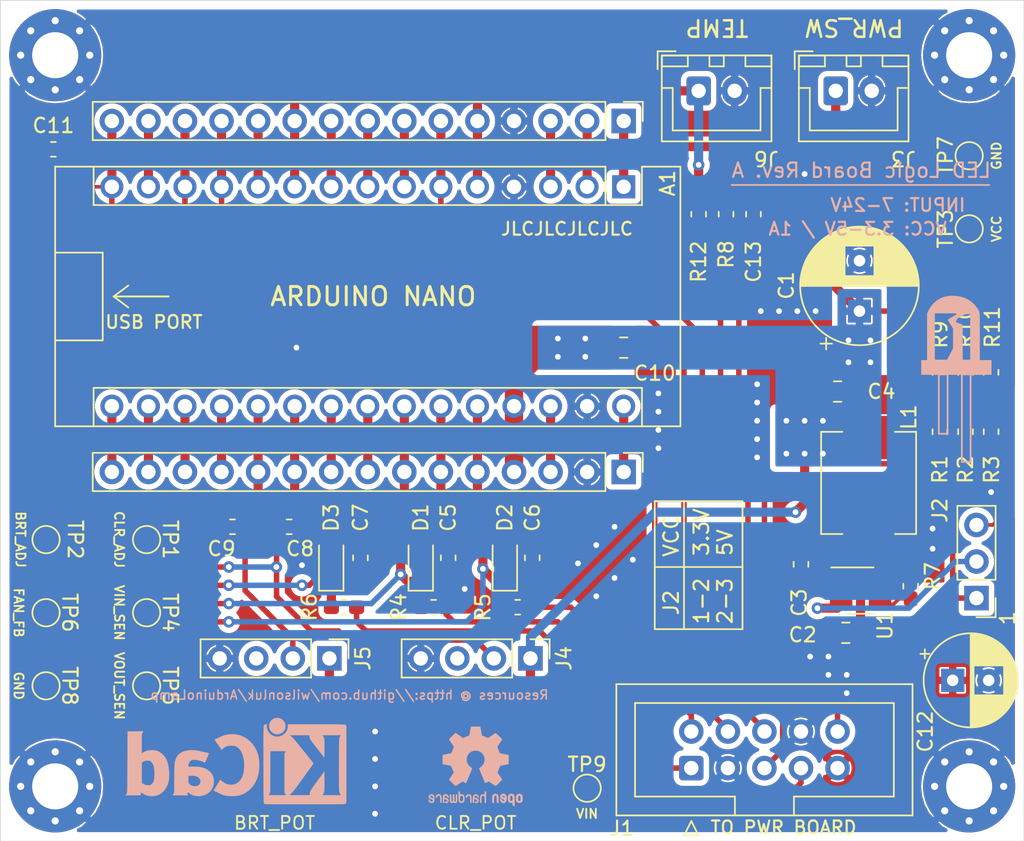
<source format=kicad_pcb>
(kicad_pcb (version 20171130) (host pcbnew "(5.1.6)-1")
  (layers (0 F.Cu signal) (31 B.Cu signal) (34 B.Paste user) (35 F.Paste user hide) (36 B.SilkS user) (37 F.SilkS user) (38 B.Mask user) (39 F.Mask user) (44 Edge.Cuts user))
  (net 0 "")
  (net 1 "Net-(A1-Pad16)")
  (net 2 "Net-(A1-Pad30)")
  (net 3 "Net-(A1-Pad14)")
  (net 4 "Net-(A1-Pad28)")
  (net 5 "Net-(A1-Pad11)")
  (net 6 "Net-(A1-Pad9)")
  (net 7 "Net-(A1-Pad8)")
  (net 8 "Net-(A1-Pad7)")
  (net 9 "Net-(A1-Pad19)")
  (net 10 "Net-(A1-Pad3)")
  (net 11 "Net-(A1-Pad18)")
  (net 12 "Net-(A1-Pad2)")
  (net 13 "Net-(A1-Pad17)")
  (net 14 "Net-(A1-Pad1)")
  (net 15 GNDPWR)
  (net 16 YELLOW_CTRL)
  (net 17 BLUE_CTRL)
  (net 18 VCC)
  (net 19 VIN_SENSE_P)
  (net 20 CLR_ADJ)
  (net 21 BRT_ADJ)
  (net 22 FAN_FB_P)
  (net 23 FAN_CTRL)
  (net 24 PWR_SW)
  (net 25 VIN_PROTECT)
  (net 26 "Net-(C3-Pad2)")
  (net 27 "Net-(C3-Pad1)")
  (net 28 FAN_FB)
  (net 29 ~PWR_EN)
  (net 30 VOUT_SENSE)
  (net 31 VIN_SENSE)
  (net 32 "Net-(J2-Pad3)")
  (net 33 VCC_FB)
  (net 34 "Net-(J2-Pad1)")
  (net 35 "Net-(J4-Pad3)")
  (net 36 "Net-(J5-Pad3)")
  (net 37 "Net-(R7-Pad2)")
  (net 38 "Net-(R10-Pad1)")
  (net 39 VOUT_SENSE_P)
  (net 40 TEMP_SENSE)
  (net 41 "Net-(A1-Pad23)")
  (net 42 "Net-(A1-Pad22)")
  (net 43 "Net-(R2-Pad2)")
  (module Resistor_SMD:R_0603_1608Metric_Pad1.05x0.95mm_HandSolder (layer F.Cu) (at 169.164 91.059 270)
    (fp_text reference C13 (at 3.302 0 90) (layer F.SilkS))
    (fp_text value 100N)
    (pad 2 smd roundrect (at 0.875 0 270) (size 1.05 0.95) (layers F.Cu F.Paste F.Mask) (net 15 GNDPWR))
    (pad 1 smd roundrect (at -0.875 0 270) (size 1.05 0.95) (layers F.Cu F.Paste F.Mask) (net 24 PWR_SW))
  )
  (module Connector_PinHeader_2.54mm:PinHeader_1x04_P2.54mm_Vertical (layer F.Cu) (at 139.7 121.92 270)
    (fp_text reference J5 (at 0 -2.33 90) (layer F.SilkS))
    (fp_text value Conn_01x04)
    (pad 4 thru_hole oval (at 0 7.62 270) (size 1.7 1.7) (drill 1) (layers *.Cu *.Mask) (net 15 GNDPWR))
    (pad 3 thru_hole oval (at 0 5.08 270) (size 1.7 1.7) (drill 1) (layers *.Cu *.Mask) (net 36 "Net-(J5-Pad3)"))
    (pad 2 thru_hole oval (at 0 2.54 270) (size 1.7 1.7) (drill 1) (layers *.Cu *.Mask) (net 21 BRT_ADJ))
    (pad 1 thru_hole rect (at 0 0 270) (size 1.7 1.7) (drill 1) (layers *.Cu *.Mask) (net 18 VCC))
  )
  (module Connector_PinHeader_2.54mm:PinHeader_1x04_P2.54mm_Vertical (layer F.Cu) (at 153.67 121.92 270)
    (fp_text reference J4 (at 0 -2.33 90) (layer F.SilkS))
    (fp_text value Conn_01x04)
    (pad 4 thru_hole oval (at 0 7.62 270) (size 1.7 1.7) (drill 1) (layers *.Cu *.Mask) (net 15 GNDPWR))
    (pad 3 thru_hole oval (at 0 5.08 270) (size 1.7 1.7) (drill 1) (layers *.Cu *.Mask) (net 35 "Net-(J4-Pad3)"))
    (pad 2 thru_hole oval (at 0 2.54 270) (size 1.7 1.7) (drill 1) (layers *.Cu *.Mask) (net 20 CLR_ADJ))
    (pad 1 thru_hole rect (at 0 0 270) (size 1.7 1.7) (drill 1) (layers *.Cu *.Mask) (net 18 VCC))
  )
  (module Capacitor_THT:CP_Radial_D6.3mm_P2.50mm (layer F.Cu) (at 183.007 123.444)
    (fp_text reference C12 (at -1.905 3.556 90) (layer F.SilkS))
    (fp_text value 47U)
    (pad 2 thru_hole circle (at 2.5 0) (size 1.6 1.6) (drill 0.8) (layers *.Cu *.Mask) (net 15 GNDPWR))
    (pad 1 thru_hole rect (at 0 0) (size 1.6 1.6) (drill 0.8) (layers *.Cu *.Mask) (net 25 VIN_PROTECT))
  )
  (module Capacitor_SMD:C_0603_1608Metric_Pad1.05x0.95mm_HandSolder (layer F.Cu) (at 120.523 86.5505 180)
    (fp_text reference C11 (at 0 1.651) (layer F.SilkS))
    (fp_text value 470P)
    (pad 2 smd roundrect (at 0.875 0 180) (size 1.05 0.95) (layers F.Cu F.Paste F.Mask) (net 15 GNDPWR))
    (pad 1 smd roundrect (at -0.875 0 180) (size 1.05 0.95) (layers F.Cu F.Paste F.Mask) (net 29 ~PWR_EN))
  )
  (module ArduinoLamp:LED (layer B.Cu) (at 183.261 102.489 180)
    (fp_text reference G*** hide)
    (fp_text value LOGO hide)
  )
  (module Symbol:OSHW-Logo2_7.3x6mm_SilkScreen (layer B.Cu) (at 149.86 129.413 180)
    (fp_text reference REF** hide)
    (fp_text value OSHW-Logo2_7.3x6mm_SilkScreen hide)
  )
  (module Symbol:KiCad-Logo_6mm_SilkScreen (layer B.Cu) (at 133.223 129.032 180)
    (fp_text reference REF** hide)
    (fp_text value KiCad-Logo_6mm_SilkScreen hide)
  )
  (module TestPoint:TestPoint_Pad_D1.5mm (layer F.Cu) (at 157.607 130.937)
    (fp_text reference TP9 (at 0 -1.648) (layer F.SilkS))
    (fp_text value TestPoint)
    (pad 1 smd circle (at 0 0) (size 1.5 1.5) (layers F.Cu F.Mask) (net 25 VIN_PROTECT))
  )
  (module Capacitor_SMD:C_0805_2012Metric_Pad1.15x1.40mm_HandSolder (layer F.Cu) (at 160.147 100.33)
    (fp_text reference C10 (at 2.159 1.778) (layer F.SilkS))
    (fp_text value 2U2)
    (pad 2 smd roundrect (at 1.025 0) (size 1.15 1.4) (layers F.Cu F.Paste F.Mask) (roundrect_rratio 0.217391) (net 15 GNDPWR))
    (pad 1 smd roundrect (at -1.025 0) (size 1.15 1.4) (layers F.Cu F.Paste F.Mask) (roundrect_rratio 0.217391) (net 18 VCC))
  )
  (module TestPoint:TestPoint_Pad_D1.5mm (layer F.Cu) (at 120.015 123.825 270)
    (fp_text reference TP8 (at 0 -1.648 270 unlocked) (layer F.SilkS))
    (fp_text value TestPoint)
    (pad 1 smd circle (at 0 0 270) (size 1.5 1.5) (layers F.Cu F.Mask) (net 15 GNDPWR))
  )
  (module TestPoint:TestPoint_Pad_D1.5mm (layer F.Cu) (at 184.15 86.995 90)
    (fp_text reference TP7 (at 0 -1.648 90) (layer F.SilkS))
    (fp_text value TestPoint)
    (pad 1 smd circle (at 0 0 90) (size 1.5 1.5) (layers F.Cu F.Mask) (net 15 GNDPWR))
  )
  (module TestPoint:TestPoint_Pad_D1.5mm (layer F.Cu) (at 120.015 118.745 270)
    (fp_text reference TP6 (at 0 -1.648 270 unlocked) (layer F.SilkS))
    (fp_text value TestPoint)
    (pad 1 smd circle (at 0 0 270) (size 1.5 1.5) (layers F.Cu F.Mask) (net 22 FAN_FB_P))
  )
  (module TestPoint:TestPoint_Pad_D1.5mm (layer F.Cu) (at 127 123.825 270)
    (fp_text reference TP5 (at 0 -1.648 270 unlocked) (layer F.SilkS))
    (fp_text value TestPoint)
    (pad 1 smd circle (at 0 0 270) (size 1.5 1.5) (layers F.Cu F.Mask) (net 39 VOUT_SENSE_P))
  )
  (module TestPoint:TestPoint_Pad_D1.5mm (layer F.Cu) (at 127 118.745 270)
    (fp_text reference TP4 (at 0 -1.648 270 unlocked) (layer F.SilkS))
    (fp_text value TestPoint)
    (pad 1 smd circle (at 0 0 270) (size 1.5 1.5) (layers F.Cu F.Mask) (net 19 VIN_SENSE_P))
  )
  (module ArduinoLamp:YT0630 (layer F.Cu) (at 177.165 109.728 90)
    (fp_text reference L1 (at 4.572 2.794 90) (layer F.SilkS))
    (fp_text value 22U)
    (pad 1 smd rect (at -3.15 0 90) (size 3 3.5) (layers F.Cu F.Paste F.Mask) (net 26 "Net-(C3-Pad2)"))
    (pad 2 smd rect (at 3.15 0 90) (size 3 3.5) (layers F.Cu F.Paste F.Mask) (net 18 VCC))
  )
  (module Resistor_SMD:R_0603_1608Metric_Pad1.05x0.95mm_HandSolder (layer F.Cu) (at 183.896 106.172 90)
    (fp_text reference R2 (at -2.6289 0 90) (layer F.SilkS))
    (fp_text value 1K)
    (pad 2 smd roundrect (at 0.875 0 90) (size 1.05 0.95) (layers F.Cu F.Paste F.Mask) (net 43 "Net-(R2-Pad2)"))
    (pad 1 smd roundrect (at -0.875 0 90) (size 1.05 0.95) (layers F.Cu F.Paste F.Mask) (net 34 "Net-(J2-Pad1)"))
  )
  (module TestPoint:TestPoint_Pad_D1.5mm (layer F.Cu) (at 184.15 92.075 90)
    (fp_text reference TP3 (at 0 -1.648 90) (layer F.SilkS))
    (fp_text value TestPoint)
    (pad 1 smd circle (at 0 0 90) (size 1.5 1.5) (layers F.Cu F.Mask) (net 18 VCC))
  )
  (module TestPoint:TestPoint_Pad_D1.5mm (layer F.Cu) (at 120.015 113.665 270)
    (fp_text reference TP2 (at 0 -2.032 270 unlocked) (layer F.SilkS))
    (fp_text value TestPoint)
    (pad 1 smd circle (at 0 0 270) (size 1.5 1.5) (layers F.Cu F.Mask) (net 21 BRT_ADJ))
  )
  (module TestPoint:TestPoint_Pad_D1.5mm (layer F.Cu) (at 127 113.665 270)
    (fp_text reference TP1 (at 0 -1.648 270 unlocked) (layer F.SilkS))
    (fp_text value TestPoint)
    (pad 1 smd circle (at 0 0 270) (size 1.5 1.5) (layers F.Cu F.Mask) (net 20 CLR_ADJ))
  )
  (module ArduinoLamp:Arduino_Nano_3D (layer F.Cu) (at 160.147 89.154 270)
    (fp_text reference A1 (at -0.254 -3.048 270) (layer F.SilkS))
    (fp_text value Arduino_Nano_v3.x)
    (pad 16 thru_hole oval (at 15.24 35.56 270) (size 1.6 1.6) (drill 1) (layers *.Cu *.Mask) (net 1 "Net-(A1-Pad16)"))
    (pad 15 thru_hole oval (at 0 35.56 270) (size 1.6 1.6) (drill 1) (layers *.Cu *.Mask) (net 29 ~PWR_EN))
    (pad 30 thru_hole oval (at 15.24 0 270) (size 1.6 1.6) (drill 1) (layers *.Cu *.Mask) (net 2 "Net-(A1-Pad30)"))
    (pad 14 thru_hole oval (at 0 33.02 270) (size 1.6 1.6) (drill 1) (layers *.Cu *.Mask) (net 3 "Net-(A1-Pad14)"))
    (pad 29 thru_hole oval (at 15.24 2.54 270) (size 1.6 1.6) (drill 1) (layers *.Cu *.Mask) (net 15 GNDPWR))
    (pad 13 thru_hole oval (at 0 30.48 270) (size 1.6 1.6) (drill 1) (layers *.Cu *.Mask) (net 16 YELLOW_CTRL))
    (pad 28 thru_hole oval (at 15.24 5.08 270) (size 1.6 1.6) (drill 1) (layers *.Cu *.Mask) (net 4 "Net-(A1-Pad28)"))
    (pad 12 thru_hole oval (at 0 27.94 270) (size 1.6 1.6) (drill 1) (layers *.Cu *.Mask) (net 17 BLUE_CTRL))
    (pad 27 thru_hole oval (at 15.24 7.62 270) (size 1.6 1.6) (drill 1) (layers *.Cu *.Mask) (net 18 VCC))
    (pad 11 thru_hole oval (at 0 25.4 270) (size 1.6 1.6) (drill 1) (layers *.Cu *.Mask) (net 5 "Net-(A1-Pad11)"))
    (pad 26 thru_hole oval (at 15.24 10.16 270) (size 1.6 1.6) (drill 1) (layers *.Cu *.Mask) (net 39 VOUT_SENSE_P))
    (pad 10 thru_hole oval (at 0 22.86 270) (size 1.6 1.6) (drill 1) (layers *.Cu *.Mask) (net 40 TEMP_SENSE))
    (pad 25 thru_hole oval (at 15.24 12.7 270) (size 1.6 1.6) (drill 1) (layers *.Cu *.Mask) (net 19 VIN_SENSE_P))
    (pad 9 thru_hole oval (at 0 20.32 270) (size 1.6 1.6) (drill 1) (layers *.Cu *.Mask) (net 6 "Net-(A1-Pad9)"))
    (pad 24 thru_hole oval (at 15.24 15.24 270) (size 1.6 1.6) (drill 1) (layers *.Cu *.Mask) (net 22 FAN_FB_P))
    (pad 8 thru_hole oval (at 0 17.78 270) (size 1.6 1.6) (drill 1) (layers *.Cu *.Mask) (net 7 "Net-(A1-Pad8)"))
    (pad 23 thru_hole oval (at 15.24 17.78 270) (size 1.6 1.6) (drill 1) (layers *.Cu *.Mask) (net 41 "Net-(A1-Pad23)"))
    (pad 7 thru_hole oval (at 0 15.24 270) (size 1.6 1.6) (drill 1) (layers *.Cu *.Mask) (net 8 "Net-(A1-Pad7)"))
    (pad 22 thru_hole oval (at 15.24 20.32 270) (size 1.6 1.6) (drill 1) (layers *.Cu *.Mask) (net 42 "Net-(A1-Pad22)"))
    (pad 6 thru_hole oval (at 0 12.7 270) (size 1.6 1.6) (drill 1) (layers *.Cu *.Mask) (net 23 FAN_CTRL))
    (pad 21 thru_hole oval (at 15.24 22.86 270) (size 1.6 1.6) (drill 1) (layers *.Cu *.Mask) (net 20 CLR_ADJ))
    (pad 5 thru_hole oval (at 0 10.16 270) (size 1.6 1.6) (drill 1) (layers *.Cu *.Mask) (net 24 PWR_SW))
    (pad 20 thru_hole oval (at 15.24 25.4 270) (size 1.6 1.6) (drill 1) (layers *.Cu *.Mask) (net 21 BRT_ADJ))
    (pad 4 thru_hole oval (at 0 7.62 270) (size 1.6 1.6) (drill 1) (layers *.Cu *.Mask) (net 15 GNDPWR))
    (pad 19 thru_hole oval (at 15.24 27.94 270) (size 1.6 1.6) (drill 1) (layers *.Cu *.Mask) (net 9 "Net-(A1-Pad19)"))
    (pad 3 thru_hole oval (at 0 5.08 270) (size 1.6 1.6) (drill 1) (layers *.Cu *.Mask) (net 10 "Net-(A1-Pad3)"))
    (pad 18 thru_hole oval (at 15.24 30.48 270) (size 1.6 1.6) (drill 1) (layers *.Cu *.Mask) (net 11 "Net-(A1-Pad18)"))
    (pad 2 thru_hole oval (at 0 2.54 270) (size 1.6 1.6) (drill 1) (layers *.Cu *.Mask) (net 12 "Net-(A1-Pad2)"))
    (pad 17 thru_hole oval (at 15.24 33.02 270) (size 1.6 1.6) (drill 1) (layers *.Cu *.Mask) (net 13 "Net-(A1-Pad17)"))
    (pad 1 thru_hole rect (at 0 0 270) (size 1.6 1.6) (drill 1) (layers *.Cu *.Mask) (net 14 "Net-(A1-Pad1)"))
  )
  (module Connector_PinHeader_2.54mm:PinHeader_1x15_P2.54mm_Vertical (layer F.Cu) (at 160.147 108.966 270)
    (fp_text reference REF**)
    (fp_text value PinHeader_1x15_P2.54mm_Vertical)
    (pad 15 thru_hole oval (at 0 35.56 270) (size 1.7 1.7) (drill 1) (layers *.Cu *.Mask) (net 1 "Net-(A1-Pad16)"))
    (pad 14 thru_hole oval (at 0 33.02 270) (size 1.7 1.7) (drill 1) (layers *.Cu *.Mask) (net 13 "Net-(A1-Pad17)"))
    (pad 13 thru_hole oval (at 0 30.48 270) (size 1.7 1.7) (drill 1) (layers *.Cu *.Mask) (net 11 "Net-(A1-Pad18)"))
    (pad 12 thru_hole oval (at 0 27.94 270) (size 1.7 1.7) (drill 1) (layers *.Cu *.Mask) (net 9 "Net-(A1-Pad19)"))
    (pad 11 thru_hole oval (at 0 25.4 270) (size 1.7 1.7) (drill 1) (layers *.Cu *.Mask) (net 21 BRT_ADJ))
    (pad 10 thru_hole oval (at 0 22.86 270) (size 1.7 1.7) (drill 1) (layers *.Cu *.Mask) (net 20 CLR_ADJ))
    (pad 9 thru_hole oval (at 0 20.32 270) (size 1.7 1.7) (drill 1) (layers *.Cu *.Mask) (net 42 "Net-(A1-Pad22)"))
    (pad 8 thru_hole oval (at 0 17.78 270) (size 1.7 1.7) (drill 1) (layers *.Cu *.Mask) (net 41 "Net-(A1-Pad23)"))
    (pad 7 thru_hole oval (at 0 15.24 270) (size 1.7 1.7) (drill 1) (layers *.Cu *.Mask) (net 22 FAN_FB_P))
    (pad 6 thru_hole oval (at 0 12.7 270) (size 1.7 1.7) (drill 1) (layers *.Cu *.Mask) (net 19 VIN_SENSE_P))
    (pad 5 thru_hole oval (at 0 10.16 270) (size 1.7 1.7) (drill 1) (layers *.Cu *.Mask) (net 39 VOUT_SENSE_P))
    (pad 4 thru_hole oval (at 0 7.62 270) (size 1.7 1.7) (drill 1) (layers *.Cu *.Mask) (net 18 VCC))
    (pad 3 thru_hole oval (at 0 5.08 270) (size 1.7 1.7) (drill 1) (layers *.Cu *.Mask) (net 4 "Net-(A1-Pad28)"))
    (pad 2 thru_hole oval (at 0 2.54 270) (size 1.7 1.7) (drill 1) (layers *.Cu *.Mask) (net 15 GNDPWR))
    (pad 1 thru_hole rect (at 0 0 270) (size 1.7 1.7) (drill 1) (layers *.Cu *.Mask) (net 2 "Net-(A1-Pad30)"))
  )
  (module Capacitor_THT:CP_Radial_D8.0mm_P3.50mm (layer F.Cu) (at 176.53 97.79 90)
    (fp_text reference C1 (at 1.778 -5.08 90) (layer F.SilkS))
    (fp_text value CP)
    (pad 2 thru_hole circle (at 3.5 0 90) (size 1.6 1.6) (drill 0.8) (layers *.Cu *.Mask) (net 15 GNDPWR))
    (pad 1 thru_hole rect (at 0 0 90) (size 1.6 1.6) (drill 0.8) (layers *.Cu *.Mask) (net 18 VCC))
  )
  (module Connector_PinHeader_2.54mm:PinHeader_1x15_P2.54mm_Vertical (layer F.Cu) (at 160.147 84.582 270)
    (fp_text reference REF**)
    (fp_text value PinHeader_1x15_P2.54mm_Vertical)
    (pad 15 thru_hole oval (at 0 35.56 270) (size 1.7 1.7) (drill 1) (layers *.Cu *.Mask) (net 29 ~PWR_EN))
    (pad 14 thru_hole oval (at 0 33.02 270) (size 1.7 1.7) (drill 1) (layers *.Cu *.Mask) (net 3 "Net-(A1-Pad14)"))
    (pad 13 thru_hole oval (at 0 30.48 270) (size 1.7 1.7) (drill 1) (layers *.Cu *.Mask) (net 16 YELLOW_CTRL))
    (pad 12 thru_hole oval (at 0 27.94 270) (size 1.7 1.7) (drill 1) (layers *.Cu *.Mask) (net 17 BLUE_CTRL))
    (pad 11 thru_hole oval (at 0 25.4 270) (size 1.7 1.7) (drill 1) (layers *.Cu *.Mask) (net 5 "Net-(A1-Pad11)"))
    (pad 10 thru_hole oval (at 0 22.86 270) (size 1.7 1.7) (drill 1) (layers *.Cu *.Mask) (net 40 TEMP_SENSE))
    (pad 9 thru_hole oval (at 0 20.32 270) (size 1.7 1.7) (drill 1) (layers *.Cu *.Mask) (net 6 "Net-(A1-Pad9)"))
    (pad 8 thru_hole oval (at 0 17.78 270) (size 1.7 1.7) (drill 1) (layers *.Cu *.Mask) (net 7 "Net-(A1-Pad8)"))
    (pad 7 thru_hole oval (at 0 15.24 270) (size 1.7 1.7) (drill 1) (layers *.Cu *.Mask) (net 8 "Net-(A1-Pad7)"))
    (pad 6 thru_hole oval (at 0 12.7 270) (size 1.7 1.7) (drill 1) (layers *.Cu *.Mask) (net 23 FAN_CTRL))
    (pad 5 thru_hole oval (at 0 10.16 270) (size 1.7 1.7) (drill 1) (layers *.Cu *.Mask) (net 24 PWR_SW))
    (pad 4 thru_hole oval (at 0 7.62 270) (size 1.7 1.7) (drill 1) (layers *.Cu *.Mask) (net 15 GNDPWR))
    (pad 3 thru_hole oval (at 0 5.08 270) (size 1.7 1.7) (drill 1) (layers *.Cu *.Mask) (net 10 "Net-(A1-Pad3)"))
    (pad 2 thru_hole oval (at 0 2.54 270) (size 1.7 1.7) (drill 1) (layers *.Cu *.Mask) (net 12 "Net-(A1-Pad2)"))
    (pad 1 thru_hole rect (at 0 0 270) (size 1.7 1.7) (drill 1) (layers *.Cu *.Mask) (net 14 "Net-(A1-Pad1)"))
  )
  (module Package_TO_SOT_SMD:SOT-23-6_Handsoldering (layer F.Cu) (at 176.6062 117.2083)
    (fp_text reference U1 (at 1.7018 2.4257 90) (layer F.SilkS))
    (fp_text value DIO6912)
    (pad 5 smd rect (at 1.35 0) (size 1.56 0.65) (layers F.Cu F.Paste F.Mask) (net 25 VIN_PROTECT))
    (pad 6 smd rect (at 1.35 -0.95) (size 1.56 0.65) (layers F.Cu F.Paste F.Mask) (net 26 "Net-(C3-Pad2)"))
    (pad 4 smd rect (at 1.35 0.95) (size 1.56 0.65) (layers F.Cu F.Paste F.Mask) (net 37 "Net-(R7-Pad2)"))
    (pad 3 smd rect (at -1.35 0.95) (size 1.56 0.65) (layers F.Cu F.Paste F.Mask) (net 33 VCC_FB))
    (pad 2 smd rect (at -1.35 0) (size 1.56 0.65) (layers F.Cu F.Paste F.Mask) (net 15 GNDPWR))
    (pad 1 smd rect (at -1.35 -0.95) (size 1.56 0.65) (layers F.Cu F.Paste F.Mask) (net 27 "Net-(C3-Pad1)"))
  )
  (module Resistor_SMD:R_0603_1608Metric_Pad1.05x0.95mm_HandSolder (layer F.Cu) (at 165.354 91.059 90)
    (fp_text reference R12 (at -3.302 0 90) (layer F.SilkS))
    (fp_text value 2K2)
    (pad 2 smd roundrect (at 0.875 0 90) (size 1.05 0.95) (layers F.Cu F.Paste F.Mask) (net 40 TEMP_SENSE))
    (pad 1 smd roundrect (at -0.875 0 90) (size 1.05 0.95) (layers F.Cu F.Paste F.Mask) (net 18 VCC))
  )
  (module Resistor_SMD:R_0603_1608Metric_Pad1.05x0.95mm_HandSolder (layer F.Cu) (at 185.674 102.0445 270)
    (fp_text reference R11 (at -3.1369 -0.0889 90) (layer F.SilkS))
    (fp_text value 1K15)
    (pad 2 smd roundrect (at 0.875 0 270) (size 1.05 0.95) (layers F.Cu F.Paste F.Mask) (net 32 "Net-(J2-Pad3)"))
    (pad 1 smd roundrect (at -0.875 0 270) (size 1.05 0.95) (layers F.Cu F.Paste F.Mask) (net 15 GNDPWR))
  )
  (module Resistor_SMD:R_0603_1608Metric_Pad1.05x0.95mm_HandSolder (layer F.Cu) (at 183.896 102.0445 270)
    (fp_text reference R10 (at -3.1369 0 90) (layer F.SilkS))
    (fp_text value 100R)
    (pad 2 smd roundrect (at 0.875 0 270) (size 1.05 0.95) (layers F.Cu F.Paste F.Mask) (net 32 "Net-(J2-Pad3)"))
    (pad 1 smd roundrect (at -0.875 0 270) (size 1.05 0.95) (layers F.Cu F.Paste F.Mask) (net 38 "Net-(R10-Pad1)"))
  )
  (module Resistor_SMD:R_0603_1608Metric_Pad1.05x0.95mm_HandSolder (layer F.Cu) (at 182.118 102.0445 90)
    (fp_text reference R9 (at 2.6289 0 90) (layer F.SilkS))
    (fp_text value 8K45)
    (pad 2 smd roundrect (at 0.875 0 90) (size 1.05 0.95) (layers F.Cu F.Paste F.Mask) (net 38 "Net-(R10-Pad1)"))
    (pad 1 smd roundrect (at -0.875 0 90) (size 1.05 0.95) (layers F.Cu F.Paste F.Mask) (net 18 VCC))
  )
  (module Resistor_SMD:R_0603_1608Metric_Pad1.05x0.95mm_HandSolder (layer F.Cu) (at 167.259 91.059 90)
    (fp_text reference R8 (at -2.794 0 90) (layer F.SilkS))
    (fp_text value 2K2)
    (pad 2 smd roundrect (at 0.875 0 90) (size 1.05 0.95) (layers F.Cu F.Paste F.Mask) (net 24 PWR_SW))
    (pad 1 smd roundrect (at -0.875 0 90) (size 1.05 0.95) (layers F.Cu F.Paste F.Mask) (net 18 VCC))
  )
  (module Resistor_SMD:R_0603_1608Metric_Pad1.05x0.95mm_HandSolder (layer F.Cu) (at 180.086 116.9035 270)
    (fp_text reference R7 (at -0.6985 -1.524 270) (layer F.SilkS))
    (fp_text value 105K)
    (pad 2 smd roundrect (at 0.875 0 270) (size 1.05 0.95) (layers F.Cu F.Paste F.Mask) (net 37 "Net-(R7-Pad2)"))
    (pad 1 smd roundrect (at -0.875 0 270) (size 1.05 0.95) (layers F.Cu F.Paste F.Mask) (net 25 VIN_PROTECT))
  )
  (module Resistor_SMD:R_0603_1608Metric_Pad1.05x0.95mm_HandSolder (layer F.Cu) (at 140.716 118.364)
    (fp_text reference R6 (at -2.413 0 90) (layer F.SilkS))
    (fp_text value 8K45)
    (pad 2 smd roundrect (at 0.875 0) (size 1.05 0.95) (layers F.Cu F.Paste F.Mask) (net 28 FAN_FB))
    (pad 1 smd roundrect (at -0.875 0) (size 1.05 0.95) (layers F.Cu F.Paste F.Mask) (net 22 FAN_FB_P))
  )
  (module Resistor_SMD:R_0603_1608Metric_Pad1.05x0.95mm_HandSolder (layer F.Cu) (at 152.781 118.364)
    (fp_text reference R5 (at -2.413 0.014 270) (layer F.SilkS))
    (fp_text value 8K45)
    (pad 2 smd roundrect (at 0.875 0) (size 1.05 0.95) (layers F.Cu F.Paste F.Mask) (net 30 VOUT_SENSE))
    (pad 1 smd roundrect (at -0.875 0) (size 1.05 0.95) (layers F.Cu F.Paste F.Mask) (net 39 VOUT_SENSE_P))
  )
  (module Resistor_SMD:R_0603_1608Metric_Pad1.05x0.95mm_HandSolder (layer F.Cu) (at 146.939 118.364)
    (fp_text reference R4 (at -2.413 0 270) (layer F.SilkS))
    (fp_text value 8K45)
    (pad 2 smd roundrect (at 0.875 0) (size 1.05 0.95) (layers F.Cu F.Paste F.Mask) (net 31 VIN_SENSE))
    (pad 1 smd roundrect (at -0.875 0) (size 1.05 0.95) (layers F.Cu F.Paste F.Mask) (net 19 VIN_SENSE_P))
  )
  (module Resistor_SMD:R_0603_1608Metric_Pad1.05x0.95mm_HandSolder (layer F.Cu) (at 185.674 106.172 90)
    (fp_text reference R3 (at -2.6289 0.0381 90) (layer F.SilkS))
    (fp_text value 442)
    (pad 2 smd roundrect (at 0.875 0 90) (size 1.05 0.95) (layers F.Cu F.Paste F.Mask) (net 43 "Net-(R2-Pad2)"))
    (pad 1 smd roundrect (at -0.875 0 90) (size 1.05 0.95) (layers F.Cu F.Paste F.Mask) (net 15 GNDPWR))
  )
  (module Resistor_SMD:R_0603_1608Metric_Pad1.05x0.95mm_HandSolder (layer F.Cu) (at 182.118 106.172 270)
    (fp_text reference R1 (at 2.6289 0 90) (layer F.SilkS))
    (fp_text value 6K49)
    (pad 2 smd roundrect (at 0.875 0 270) (size 1.05 0.95) (layers F.Cu F.Paste F.Mask) (net 34 "Net-(J2-Pad1)"))
    (pad 1 smd roundrect (at -0.875 0 270) (size 1.05 0.95) (layers F.Cu F.Paste F.Mask) (net 18 VCC))
  )
  (module Connector_JST:JST_XH_B2B-XH-A_1x02_P2.50mm_Vertical (layer F.Cu) (at 165.354 82.4865)
    (fp_text reference J6 (at 4.699 4.699 180 unlocked) (layer F.SilkS))
    (fp_text value Conn_01x02)
    (pad 2 thru_hole oval (at 2.5 0) (size 1.7 2) (drill 1) (layers *.Cu *.Mask) (net 15 GNDPWR))
    (pad 1 thru_hole roundrect (at 0 0) (size 1.7 2) (drill 1) (layers *.Cu *.Mask) (roundrect_rratio 0.147059) (net 40 TEMP_SENSE))
  )
  (module Connector_JST:JST_XH_B2B-XH-A_1x02_P2.50mm_Vertical (layer F.Cu) (at 174.879 82.4865)
    (fp_text reference J3 (at 4.699 4.699 180 unlocked) (layer F.SilkS))
    (fp_text value Conn_01x02)
    (pad 2 thru_hole oval (at 2.5 0) (size 1.7 2) (drill 1) (layers *.Cu *.Mask) (net 15 GNDPWR))
    (pad 1 thru_hole roundrect (at 0 0) (size 1.7 2) (drill 1) (layers *.Cu *.Mask) (roundrect_rratio 0.147059) (net 24 PWR_SW))
  )
  (module Connector_PinHeader_2.54mm:PinHeader_1x03_P2.54mm_Vertical (layer F.Cu) (at 184.658 117.729 180)
    (fp_text reference J2 (at 2.54 6.096 270) (layer F.SilkS))
    (fp_text value Conn_01x03_Male)
    (pad 3 thru_hole oval (at 0 5.08 180) (size 1.7 1.7) (drill 1) (layers *.Cu *.Mask) (net 32 "Net-(J2-Pad3)"))
    (pad 2 thru_hole oval (at 0 2.54 180) (size 1.7 1.7) (drill 1) (layers *.Cu *.Mask) (net 33 VCC_FB))
    (pad 1 thru_hole rect (at 0 0 180) (size 1.7 1.7) (drill 1) (layers *.Cu *.Mask) (net 34 "Net-(J2-Pad1)"))
  )
  (module MountingHole:MountingHole_3.2mm_M3_Pad_Via (layer F.Cu) (at 184.15 130.81)
    (fp_text reference H4)
    (fp_text value MountingHole_Pad)
    (pad 1 thru_hole circle (at 1.697056 -1.697056) (size 0.8 0.8) (drill 0.5) (layers *.Cu *.Mask) (net 15 GNDPWR))
    (pad 1 thru_hole circle (at 0 -2.4) (size 0.8 0.8) (drill 0.5) (layers *.Cu *.Mask) (net 15 GNDPWR))
    (pad 1 thru_hole circle (at -1.697056 -1.697056) (size 0.8 0.8) (drill 0.5) (layers *.Cu *.Mask) (net 15 GNDPWR))
    (pad 1 thru_hole circle (at -2.4 0) (size 0.8 0.8) (drill 0.5) (layers *.Cu *.Mask) (net 15 GNDPWR))
    (pad 1 thru_hole circle (at -1.697056 1.697056) (size 0.8 0.8) (drill 0.5) (layers *.Cu *.Mask) (net 15 GNDPWR))
    (pad 1 thru_hole circle (at 0 2.4) (size 0.8 0.8) (drill 0.5) (layers *.Cu *.Mask) (net 15 GNDPWR))
    (pad 1 thru_hole circle (at 1.697056 1.697056) (size 0.8 0.8) (drill 0.5) (layers *.Cu *.Mask) (net 15 GNDPWR))
    (pad 1 thru_hole circle (at 2.4 0) (size 0.8 0.8) (drill 0.5) (layers *.Cu *.Mask) (net 15 GNDPWR))
    (pad 1 thru_hole circle (at 0 0) (size 6.4 6.4) (drill 3.2) (layers *.Cu *.Mask) (net 15 GNDPWR))
  )
  (module MountingHole:MountingHole_3.2mm_M3_Pad_Via (layer F.Cu) (at 120.65 130.81)
    (fp_text reference H3)
    (fp_text value MountingHole_Pad)
    (pad 1 thru_hole circle (at 1.697056 -1.697056) (size 0.8 0.8) (drill 0.5) (layers *.Cu *.Mask) (net 15 GNDPWR))
    (pad 1 thru_hole circle (at 0 -2.4) (size 0.8 0.8) (drill 0.5) (layers *.Cu *.Mask) (net 15 GNDPWR))
    (pad 1 thru_hole circle (at -1.697056 -1.697056) (size 0.8 0.8) (drill 0.5) (layers *.Cu *.Mask) (net 15 GNDPWR))
    (pad 1 thru_hole circle (at -2.4 0) (size 0.8 0.8) (drill 0.5) (layers *.Cu *.Mask) (net 15 GNDPWR))
    (pad 1 thru_hole circle (at -1.697056 1.697056) (size 0.8 0.8) (drill 0.5) (layers *.Cu *.Mask) (net 15 GNDPWR))
    (pad 1 thru_hole circle (at 0 2.4) (size 0.8 0.8) (drill 0.5) (layers *.Cu *.Mask) (net 15 GNDPWR))
    (pad 1 thru_hole circle (at 1.697056 1.697056) (size 0.8 0.8) (drill 0.5) (layers *.Cu *.Mask) (net 15 GNDPWR))
    (pad 1 thru_hole circle (at 2.4 0) (size 0.8 0.8) (drill 0.5) (layers *.Cu *.Mask) (net 15 GNDPWR))
    (pad 1 thru_hole circle (at 0 0) (size 6.4 6.4) (drill 3.2) (layers *.Cu *.Mask) (net 15 GNDPWR))
  )
  (module MountingHole:MountingHole_3.2mm_M3_Pad_Via (layer F.Cu) (at 184.15 80.01)
    (fp_text reference H2)
    (fp_text value MountingHole_Pad)
    (pad 1 thru_hole circle (at 1.697056 -1.697056) (size 0.8 0.8) (drill 0.5) (layers *.Cu *.Mask) (net 15 GNDPWR))
    (pad 1 thru_hole circle (at 0 -2.4) (size 0.8 0.8) (drill 0.5) (layers *.Cu *.Mask) (net 15 GNDPWR))
    (pad 1 thru_hole circle (at -1.697056 -1.697056) (size 0.8 0.8) (drill 0.5) (layers *.Cu *.Mask) (net 15 GNDPWR))
    (pad 1 thru_hole circle (at -2.4 0) (size 0.8 0.8) (drill 0.5) (layers *.Cu *.Mask) (net 15 GNDPWR))
    (pad 1 thru_hole circle (at -1.697056 1.697056) (size 0.8 0.8) (drill 0.5) (layers *.Cu *.Mask) (net 15 GNDPWR))
    (pad 1 thru_hole circle (at 0 2.4) (size 0.8 0.8) (drill 0.5) (layers *.Cu *.Mask) (net 15 GNDPWR))
    (pad 1 thru_hole circle (at 1.697056 1.697056) (size 0.8 0.8) (drill 0.5) (layers *.Cu *.Mask) (net 15 GNDPWR))
    (pad 1 thru_hole circle (at 2.4 0) (size 0.8 0.8) (drill 0.5) (layers *.Cu *.Mask) (net 15 GNDPWR))
    (pad 1 thru_hole circle (at 0 0) (size 6.4 6.4) (drill 3.2) (layers *.Cu *.Mask) (net 15 GNDPWR))
  )
  (module MountingHole:MountingHole_3.2mm_M3_Pad_Via (layer F.Cu) (at 120.65 80.01)
    (fp_text reference H1)
    (fp_text value MountingHole_Pad)
    (pad 1 thru_hole circle (at 1.697056 -1.697056) (size 0.8 0.8) (drill 0.5) (layers *.Cu *.Mask) (net 15 GNDPWR))
    (pad 1 thru_hole circle (at 0 -2.4) (size 0.8 0.8) (drill 0.5) (layers *.Cu *.Mask) (net 15 GNDPWR))
    (pad 1 thru_hole circle (at -1.697056 -1.697056) (size 0.8 0.8) (drill 0.5) (layers *.Cu *.Mask) (net 15 GNDPWR))
    (pad 1 thru_hole circle (at -2.4 0) (size 0.8 0.8) (drill 0.5) (layers *.Cu *.Mask) (net 15 GNDPWR))
    (pad 1 thru_hole circle (at -1.697056 1.697056) (size 0.8 0.8) (drill 0.5) (layers *.Cu *.Mask) (net 15 GNDPWR))
    (pad 1 thru_hole circle (at 0 2.4) (size 0.8 0.8) (drill 0.5) (layers *.Cu *.Mask) (net 15 GNDPWR))
    (pad 1 thru_hole circle (at 1.697056 1.697056) (size 0.8 0.8) (drill 0.5) (layers *.Cu *.Mask) (net 15 GNDPWR))
    (pad 1 thru_hole circle (at 2.4 0) (size 0.8 0.8) (drill 0.5) (layers *.Cu *.Mask) (net 15 GNDPWR))
    (pad 1 thru_hole circle (at 0 0) (size 6.4 6.4) (drill 3.2) (layers *.Cu *.Mask) (net 15 GNDPWR))
  )
  (module Diode_SMD:D_SOD-323_HandSoldering (layer F.Cu) (at 139.827 115.316 90)
    (fp_text reference D3 (at 3.175 0 90) (layer F.SilkS))
    (fp_text value D_Zener)
    (pad 2 smd rect (at 1.25 0 90) (size 1 1) (layers F.Cu F.Paste F.Mask) (net 15 GNDPWR))
    (pad 1 smd rect (at -1.25 0 90) (size 1 1) (layers F.Cu F.Paste F.Mask) (net 22 FAN_FB_P))
  )
  (module Diode_SMD:D_SOD-323_HandSoldering (layer F.Cu) (at 151.892 115.316 90)
    (fp_text reference D2 (at 3.175 0 90) (layer F.SilkS))
    (fp_text value D_Zener)
    (pad 2 smd rect (at 1.25 0 90) (size 1 1) (layers F.Cu F.Paste F.Mask) (net 15 GNDPWR))
    (pad 1 smd rect (at -1.25 0 90) (size 1 1) (layers F.Cu F.Paste F.Mask) (net 39 VOUT_SENSE_P))
  )
  (module Diode_SMD:D_SOD-323_HandSoldering (layer F.Cu) (at 146.05 115.316 90)
    (fp_text reference D1 (at 3.175 0 90) (layer F.SilkS))
    (fp_text value D_Zener)
    (pad 2 smd rect (at 1.25 0 90) (size 1 1) (layers F.Cu F.Paste F.Mask) (net 15 GNDPWR))
    (pad 1 smd rect (at -1.25 0 90) (size 1 1) (layers F.Cu F.Paste F.Mask) (net 19 VIN_SENSE_P))
  )
  (module Resistor_SMD:R_0603_1608Metric_Pad1.05x0.95mm_HandSolder (layer F.Cu) (at 132.969 112.776 180)
    (fp_text reference C9 (at 0.762 -1.524) (layer F.SilkS))
    (fp_text value 100N)
    (pad 2 smd roundrect (at 0.875 0 180) (size 1.05 0.95) (layers F.Cu F.Paste F.Mask) (net 15 GNDPWR))
    (pad 1 smd roundrect (at -0.875 0 180) (size 1.05 0.95) (layers F.Cu F.Paste F.Mask) (net 21 BRT_ADJ))
  )
  (module Resistor_SMD:R_0603_1608Metric_Pad1.05x0.95mm_HandSolder (layer F.Cu) (at 136.906 112.776)
    (fp_text reference C8 (at 0.762 1.524) (layer F.SilkS))
    (fp_text value 100N)
    (pad 2 smd roundrect (at 0.875 0) (size 1.05 0.95) (layers F.Cu F.Paste F.Mask) (net 15 GNDPWR))
    (pad 1 smd roundrect (at -0.875 0) (size 1.05 0.95) (layers F.Cu F.Paste F.Mask) (net 20 CLR_ADJ))
  )
  (module Resistor_SMD:R_0603_1608Metric_Pad1.05x0.95mm_HandSolder (layer F.Cu) (at 141.859 114.935 90)
    (fp_text reference C7 (at 2.794 0 90) (layer F.SilkS))
    (fp_text value 1N2)
    (pad 2 smd roundrect (at 0.875 0 90) (size 1.05 0.95) (layers F.Cu F.Paste F.Mask) (net 15 GNDPWR))
    (pad 1 smd roundrect (at -0.875 0 90) (size 1.05 0.95) (layers F.Cu F.Paste F.Mask) (net 22 FAN_FB_P))
  )
  (module Resistor_SMD:R_0603_1608Metric_Pad1.05x0.95mm_HandSolder (layer F.Cu) (at 153.797 114.935 90)
    (fp_text reference C6 (at 2.794 0 90) (layer F.SilkS))
    (fp_text value 1N2)
    (pad 2 smd roundrect (at 0.875 0 90) (size 1.05 0.95) (layers F.Cu F.Paste F.Mask) (net 15 GNDPWR))
    (pad 1 smd roundrect (at -0.875 0 90) (size 1.05 0.95) (layers F.Cu F.Paste F.Mask) (net 39 VOUT_SENSE_P))
  )
  (module Resistor_SMD:R_0603_1608Metric_Pad1.05x0.95mm_HandSolder (layer F.Cu) (at 147.955 114.935 90)
    (fp_text reference C5 (at 2.794 0 90) (layer F.SilkS))
    (fp_text value 1N2)
    (pad 2 smd roundrect (at 0.875 0 90) (size 1.05 0.95) (layers F.Cu F.Paste F.Mask) (net 15 GNDPWR))
    (pad 1 smd roundrect (at -0.875 0 90) (size 1.05 0.95) (layers F.Cu F.Paste F.Mask) (net 19 VIN_SENSE_P))
  )
  (module Capacitor_SMD:C_0805_2012Metric_Pad1.15x1.40mm_HandSolder (layer F.Cu) (at 175.006 103.378 180)
    (fp_text reference C4 (at -3.048 0) (layer F.SilkS))
    (fp_text value 2U2)
    (pad 2 smd roundrect (at 1.025 0 180) (size 1.15 1.4) (layers F.Cu F.Paste F.Mask) (roundrect_rratio 0.217391) (net 15 GNDPWR))
    (pad 1 smd roundrect (at -1.025 0 180) (size 1.15 1.4) (layers F.Cu F.Paste F.Mask) (roundrect_rratio 0.217391) (net 18 VCC))
  )
  (module Capacitor_SMD:C_0603_1608Metric_Pad1.05x0.95mm_HandSolder (layer F.Cu) (at 172.466 115.3795 90)
    (fp_text reference C3 (at -2.667 -0.127 90) (layer F.SilkS))
    (fp_text value 100N)
    (pad 2 smd roundrect (at 0.875 0 90) (size 1.05 0.95) (layers F.Cu F.Paste F.Mask) (net 26 "Net-(C3-Pad2)"))
    (pad 1 smd roundrect (at -0.875 0 90) (size 1.05 0.95) (layers F.Cu F.Paste F.Mask) (net 27 "Net-(C3-Pad1)"))
  )
  (module Capacitor_SMD:C_0805_2012Metric_Pad1.15x1.40mm_HandSolder (layer F.Cu) (at 175.5775 120.142 180)
    (fp_text reference C2 (at 2.9972 -0.1397) (layer F.SilkS))
    (fp_text value 2U2)
    (pad 2 smd roundrect (at 1.025 0 180) (size 1.15 1.4) (layers F.Cu F.Paste F.Mask) (roundrect_rratio 0.217391) (net 15 GNDPWR))
    (pad 1 smd roundrect (at -1.025 0 180) (size 1.15 1.4) (layers F.Cu F.Paste F.Mask) (roundrect_rratio 0.217391) (net 25 VIN_PROTECT))
  )
  (module Connector_IDC:IDC-Header_2x05_P2.54mm_Vertical (layer F.Cu) (at 164.846 129.54 90)
    (fp_text reference J1 (at -4.191 -4.826 180) (layer F.SilkS))
    (fp_text value Conn_02x05_Counter_Clockwise)
    (pad 10 thru_hole circle (at 2.54 10.16 90) (size 1.7 1.7) (drill 1) (layers *.Cu *.Mask) (net 23 FAN_CTRL))
    (pad 8 thru_hole circle (at 2.54 7.62 90) (size 1.7 1.7) (drill 1) (layers *.Cu *.Mask) (net 15 GNDPWR))
    (pad 6 thru_hole circle (at 2.54 5.08 90) (size 1.7 1.7) (drill 1) (layers *.Cu *.Mask) (net 16 YELLOW_CTRL))
    (pad 4 thru_hole circle (at 2.54 2.54 90) (size 1.7 1.7) (drill 1) (layers *.Cu *.Mask) (net 29 ~PWR_EN))
    (pad 2 thru_hole circle (at 2.54 0 90) (size 1.7 1.7) (drill 1) (layers *.Cu *.Mask) (net 30 VOUT_SENSE))
    (pad 9 thru_hole circle (at 0 10.16 90) (size 1.7 1.7) (drill 1) (layers *.Cu *.Mask) (net 25 VIN_PROTECT))
    (pad 7 thru_hole circle (at 0 7.62 90) (size 1.7 1.7) (drill 1) (layers *.Cu *.Mask) (net 28 FAN_FB))
    (pad 5 thru_hole circle (at 0 5.08 90) (size 1.7 1.7) (drill 1) (layers *.Cu *.Mask) (net 17 BLUE_CTRL))
    (pad 3 thru_hole circle (at 0 2.54 90) (size 1.7 1.7) (drill 1) (layers *.Cu *.Mask) (net 15 GNDPWR))
    (pad 1 thru_hole roundrect (at 0 0 90) (size 1.7 1.7) (drill 1) (layers *.Cu *.Mask) (roundrect_rratio 0.147059) (net 31 VIN_SENSE))
  )
  (gr_text JLCJLCJLCJLC (at 156.21 92.075) (layer F.SilkS) (effects (font (size 0.889 0.889) (thickness 0.1524))))
  (gr_text VIN (at 157.607 132.715) (layer F.SilkS) (effects (font (size 0.635 0.635) (thickness 0.127))))
  (gr_line (start 185.547 89.027) (end 167.64 89.027) (layer B.SilkS) (width 0.12))
  (gr_text "VCC: 3.3-5V / 1A" (at 176.403 92.075) (layer B.SilkS) (effects (font (size 0.889 0.889) (thickness 0.1524)) (justify mirror)))
  (gr_text "Resources @ https://github.com/wilsonluk/ArduinoLamp" (at 141.097 124.46) (layer B.SilkS) (effects (font (size 0.635 0.635) (thickness 0.1016)) (justify mirror)))
  (gr_text "LED Logic Board Rev. A" (at 176.657 88.011) (layer B.SilkS) (effects (font (size 1 1)) (justify mirror)))
  (gr_text "INPUT: 7-24V" (at 179.197 90.424) (layer B.SilkS) (effects (font (size 0.889 0.889) (thickness 0.1524)) (justify mirror)))
  (gr_text CLR_POT (at 149.86 133.35) (layer F.SilkS) (effects (font (size 0.889 0.889) (thickness 0.127))))
  (gr_text BRT_POT (at 135.89 133.35) (layer F.SilkS) (effects (font (size 0.889 0.889) (thickness 0.127))))
  (gr_text GND (at 186.055 86.995 90) (layer F.SilkS) (effects (font (size 0.635 0.635) (thickness 0.127))))
  (gr_text GND (at 118.11 123.825 270) (layer F.SilkS) (effects (font (size 0.635 0.635) (thickness 0.127))))
  (gr_text VOUT_SEN (at 125.095 123.825 270) (layer F.SilkS) (effects (font (size 0.635 0.635) (thickness 0.127))))
  (gr_text FAN_FB (at 118.11 118.745 270) (layer F.SilkS) (effects (font (size 0.635 0.635) (thickness 0.127))))
  (gr_text VIN_SEN (at 125.095 118.745 270) (layer F.SilkS) (effects (font (size 0.635 0.635) (thickness 0.127))))
  (gr_text 1 (at 186.817 119.126 90) (layer F.SilkS) (effects (font (size 1 1))))
  (gr_text "TO PWR BOARD" (at 171.2595 133.6675) (layer F.SilkS) (effects (font (size 0.889 0.889) (thickness 0.1524))))
  (gr_text CLR_ADJ (at 125.095 113.665 270) (layer F.SilkS) (effects (font (size 0.635 0.635) (thickness 0.127))))
  (gr_text BRT_ADJ (at 118.237 113.665 270) (layer F.SilkS) (effects (font (size 0.635 0.635) (thickness 0.127))))
  (gr_text VCC (at 186.055 92.075 90) (layer F.SilkS) (effects (font (size 0.635 0.635) (thickness 0.127))))
  (gr_text TEMP (at 166.624 78.105 180) (layer F.SilkS) (effects (font (size 1.143 1.143) (thickness 0.1778))))
  (gr_text PWR_SW (at 176.149 78.105 180) (layer F.SilkS) (effects (font (size 1.143 1.143) (thickness 0.1778))))
  (gr_text "ARDUINO NANO" (at 142.748 96.774) (layer F.SilkS) (effects (font (size 1.27 1.27) (thickness 0.2032))))
  (gr_text "USB PORT" (at 127.508 98.552) (layer F.SilkS) (effects (font (size 0.889 0.889) (thickness 0.1524))))
  (gr_line (start 124.714 96.774) (end 125.73 97.536) (layer F.SilkS) (width 0.12))
  (gr_line (start 124.714 96.774) (end 125.73 96.012) (layer F.SilkS) (width 0.12))
  (gr_line (start 128.524 96.774) (end 124.714 96.774) (layer F.SilkS) (width 0.12))
  (gr_line (start 124.714 96.774) (end 128.524 96.774) (layer F.SilkS) (width 0.12))
  (gr_line (start 123.952 99.822) (end 123.952 96.774) (layer F.SilkS) (width 0.12))
  (gr_line (start 123.952 93.726) (end 120.65 93.726) (layer F.SilkS) (width 0.12))
  (gr_line (start 123.952 99.822) (end 120.65 99.822) (layer F.SilkS) (width 0.12))
  (gr_line (start 123.952 96.774) (end 123.952 93.726) (layer F.SilkS) (width 0.12))
  (gr_line (start 164.338 119.888) (end 164.338 110.998) (layer F.SilkS) (width 0.12))
  (gr_line (start 162.306 110.998) (end 162.306 115.57) (layer F.SilkS) (width 0.12))
  (gr_line (start 168.402 110.998) (end 162.306 110.998) (layer F.SilkS) (width 0.12))
  (gr_line (start 168.402 115.57) (end 168.402 110.998) (layer F.SilkS) (width 0.12))
  (gr_line (start 168.402 119.888) (end 168.402 115.57) (layer F.SilkS) (width 0.12))
  (gr_line (start 162.306 119.888) (end 168.402 119.888) (layer F.SilkS) (width 0.12))
  (gr_line (start 162.306 115.57) (end 162.306 119.888) (layer F.SilkS) (width 0.12))
  (gr_line (start 168.402 115.57) (end 162.306 115.57) (layer F.SilkS) (width 0.12))
  (gr_text " J2   VCC" (at 163.449 115.824 90) (layer F.SilkS) (effects (font (size 1.016 1.016) (thickness 0.1524))))
  (gr_text "1-2  3.3V\n2-3  5V" (at 166.37 119.634 90) (layer F.SilkS) (effects (font (size 1.016 1.016) (thickness 0.1524)) (justify left)))
  (gr_line (start 187.96 76.2) (end 116.84 76.2) (layer Edge.Cuts) (width 0.05))
  (gr_line (start 187.96 134.62) (end 187.96 76.2) (layer Edge.Cuts) (width 0.05))
  (gr_line (start 116.84 134.62) (end 187.96 134.62) (layer Edge.Cuts) (width 0.05))
  (gr_line (start 116.84 76.2) (end 116.84 134.62) (layer Edge.Cuts) (width 0.05))
  (segment (start 124.587 108.966) (end 124.587 104.394) (width 0.635) (layer F.Cu) (net 1))
  (segment (start 160.147 108.966) (end 160.147 104.394) (width 0.635) (layer F.Cu) (net 2))
  (segment (start 127.127 84.582) (end 127.127 89.154) (width 0.635) (layer F.Cu) (net 3))
  (segment (start 155.067 104.394) (end 155.067 108.966) (width 0.635) (layer F.Cu) (net 4))
  (segment (start 134.747 84.582) (end 134.747 89.154) (width 0.635) (layer F.Cu) (net 5))
  (segment (start 139.827 84.582) (end 139.827 89.154) (width 0.635) (layer F.Cu) (net 6))
  (segment (start 142.367 89.154) (end 142.367 84.582) (width 0.635) (layer F.Cu) (net 7))
  (segment (start 144.907 84.582) (end 144.907 89.154) (width 0.635) (layer F.Cu) (net 8))
  (segment (start 132.207 104.394) (end 132.207 108.966) (width 0.635) (layer F.Cu) (net 9))
  (segment (start 155.067 89.154) (end 155.067 84.582) (width 0.635) (layer F.Cu) (net 10))
  (segment (start 129.667 108.966) (end 129.667 104.394) (width 0.635) (layer F.Cu) (net 11))
  (segment (start 157.607 84.582) (end 157.607 89.154) (width 0.635) (layer F.Cu) (net 12))
  (segment (start 127.127 104.394) (end 127.127 108.966) (width 0.635) (layer F.Cu) (net 13))
  (segment (start 160.147 89.154) (end 160.147 84.582) (width 0.635) (layer F.Cu) (net 14))
  (via (at 185.674 110.363) (size 0.8) (drill 0.4) (layers F.Cu B.Cu) (net 15))
  (via (at 173.482 97.79) (size 0.8) (drill 0.4) (layers F.Cu B.Cu) (net 15))
  (via (at 169.418 107.95) (size 0.8) (drill 0.4) (layers F.Cu B.Cu) (net 15))
  (via (at 169.418 102.87) (size 0.8) (drill 0.4) (layers F.Cu B.Cu) (net 15))
  (via (at 169.418 104.14) (size 0.8) (drill 0.4) (layers F.Cu B.Cu) (net 15))
  (via (at 169.418 105.41) (size 0.8) (drill 0.4) (layers F.Cu B.Cu) (net 15))
  (via (at 169.418 106.68) (size 0.8) (drill 0.4) (layers F.Cu B.Cu) (net 15))
  (via (at 162.56 106.045) (size 0.8) (drill 0.4) (layers F.Cu B.Cu) (net 15))
  (via (at 162.56 107.315) (size 0.8) (drill 0.4) (layers F.Cu B.Cu) (net 15))
  (via (at 162.56 103.505) (size 0.8) (drill 0.4) (layers F.Cu B.Cu) (net 15))
  (via (at 162.56 104.775) (size 0.8) (drill 0.4) (layers F.Cu B.Cu) (net 15))
  (via (at 169.672 97.79) (size 0.8) (drill 0.4) (layers F.Cu B.Cu) (net 15))
  (via (at 170.942 97.79) (size 0.8) (drill 0.4) (layers F.Cu B.Cu) (net 15))
  (via (at 172.212 97.79) (size 0.8) (drill 0.4) (layers F.Cu B.Cu) (net 15))
  (via (at 159.512 116.332) (size 0.8) (drill 0.4) (layers F.Cu B.Cu) (net 15))
  (via (at 160.782 115.062) (size 0.8) (drill 0.4) (layers F.Cu B.Cu) (net 15))
  (via (at 156.972 115.316) (size 0.8) (drill 0.4) (layers F.Cu B.Cu) (net 15))
  (via (at 158.242 114.046) (size 0.8) (drill 0.4) (layers F.Cu B.Cu) (net 15))
  (via (at 159.512 112.776) (size 0.8) (drill 0.4) (layers F.Cu B.Cu) (net 15))
  (via (at 158.242 117.602) (size 0.8) (drill 0.4) (layers F.Cu B.Cu) (net 15))
  (via (at 137.795 115.443) (size 0.8) (drill 0.4) (layers F.Cu B.Cu) (net 15))
  (via (at 149.098 117.094) (size 0.8) (drill 0.4) (layers F.Cu B.Cu) (net 15))
  (via (at 173.101 121.793) (size 0.8) (drill 0.4) (layers F.Cu B.Cu) (net 15))
  (via (at 174.371 123.063) (size 0.8) (drill 0.4) (layers F.Cu B.Cu) (net 15))
  (via (at 175.641 124.333) (size 0.8) (drill 0.4) (layers F.Cu B.Cu) (net 15))
  (via (at 175.641 123.063) (size 0.8) (drill 0.4) (layers F.Cu B.Cu) (net 15))
  (via (at 174.371 121.793) (size 0.8) (drill 0.4) (layers F.Cu B.Cu) (net 15))
  (via (at 137.414 100.33) (size 0.8) (drill 0.4) (layers F.Cu B.Cu) (net 15))
  (segment (start 185.688 101.092) (end 185.6359 101.1441) (width 0.25) (layer F.Cu) (net 15))
  (segment (start 162.56 103.505) (end 162.56 100.965) (width 0.635) (layer F.Cu) (net 15))
  (segment (start 162.56 100.965) (end 161.925 100.33) (width 0.635) (layer F.Cu) (net 15))
  (segment (start 161.925 100.33) (end 161.29951 100.33) (width 0.635) (layer F.Cu) (net 15))
  (via (at 142.875 132.715) (size 0.8) (drill 0.4) (layers F.Cu B.Cu) (net 15))
  (via (at 142.875 130.81) (size 0.8) (drill 0.4) (layers F.Cu B.Cu) (net 15))
  (via (at 142.875 128.905) (size 0.8) (drill 0.4) (layers F.Cu B.Cu) (net 15))
  (via (at 142.875 127) (size 0.8) (drill 0.4) (layers F.Cu B.Cu) (net 15))
  (via (at 181.61 112.903) (size 0.8) (drill 0.4) (layers F.Cu B.Cu) (net 15))
  (via (at 181.61 114.3) (size 0.8) (drill 0.4) (layers F.Cu B.Cu) (net 15))
  (via (at 172.72 88.265) (size 0.8) (drill 0.4) (layers F.Cu B.Cu) (net 15))
  (segment (start 129.667 89.154) (end 129.667 84.582) (width 0.635) (layer F.Cu) (net 16))
  (segment (start 164.338 121.285) (end 164.338 110.49) (width 0.381) (layer F.Cu) (net 16))
  (segment (start 129.667 93.091) (end 129.667 89.154) (width 0.381) (layer F.Cu) (net 16))
  (segment (start 169.545 126.492) (end 164.338 121.285) (width 0.381) (layer F.Cu) (net 16))
  (segment (start 164.338 110.49) (end 165.608 109.22) (width 0.381) (layer F.Cu) (net 16))
  (segment (start 133.35 96.774) (end 129.667 93.091) (width 0.381) (layer F.Cu) (net 16))
  (segment (start 162.814 96.774) (end 133.35 96.774) (width 0.381) (layer F.Cu) (net 16))
  (segment (start 165.608 99.568) (end 162.814 96.774) (width 0.381) (layer F.Cu) (net 16))
  (segment (start 165.608 109.22) (end 165.608 99.568) (width 0.381) (layer F.Cu) (net 16))
  (segment (start 132.207 84.582) (end 132.207 89.154) (width 0.635) (layer F.Cu) (net 17))
  (segment (start 134.747 95.631) (end 132.207 93.091) (width 0.381) (layer F.Cu) (net 17))
  (segment (start 164.084 95.631) (end 134.747 95.631) (width 0.381) (layer F.Cu) (net 17))
  (segment (start 166.878 98.425) (end 164.084 95.631) (width 0.381) (layer F.Cu) (net 17))
  (segment (start 166.878 108.839) (end 166.878 98.425) (width 0.381) (layer F.Cu) (net 17))
  (segment (start 171.196 128.27) (end 171.196 125.349) (width 0.381) (layer F.Cu) (net 17))
  (segment (start 169.926 129.54) (end 171.196 128.27) (width 0.381) (layer F.Cu) (net 17))
  (segment (start 168.783 110.744) (end 166.878 108.839) (width 0.381) (layer F.Cu) (net 17))
  (segment (start 171.196 125.349) (end 168.783 122.936) (width 0.381) (layer F.Cu) (net 17))
  (segment (start 132.207 93.091) (end 132.207 89.281) (width 0.381) (layer F.Cu) (net 17))
  (segment (start 168.783 122.936) (end 168.783 110.744) (width 0.381) (layer F.Cu) (net 17))
  (via (at 175.768 99.822) (size 0.8) (drill 0.4) (layers F.Cu B.Cu) (net 18))
  (via (at 177.292 99.822) (size 0.8) (drill 0.4) (layers F.Cu B.Cu) (net 18))
  (via (at 177.292 101.346) (size 0.8) (drill 0.4) (layers F.Cu B.Cu) (net 18))
  (via (at 175.768 101.346) (size 0.8) (drill 0.4) (layers F.Cu B.Cu) (net 18))
  (via (at 173.99 105.41) (size 0.8) (drill 0.4) (layers F.Cu B.Cu) (net 18))
  (via (at 173.99 107.696) (size 0.8) (drill 0.4) (layers F.Cu B.Cu) (net 18))
  (via (at 157.48 100.965) (size 0.8) (drill 0.4) (layers F.Cu B.Cu) (net 18))
  (via (at 155.575 99.695) (size 0.8) (drill 0.4) (layers F.Cu B.Cu) (net 18))
  (via (at 171.45 105.41) (size 0.8) (drill 0.4) (layers F.Cu B.Cu) (net 18))
  (via (at 171.45 107.696) (size 0.8) (drill 0.4) (layers F.Cu B.Cu) (net 18))
  (via (at 172.72 105.41) (size 0.8) (drill 0.4) (layers F.Cu B.Cu) (net 18))
  (via (at 172.72 107.696) (size 0.8) (drill 0.4) (layers F.Cu B.Cu) (net 18))
  (via (at 172.085 111.76) (size 0.8) (drill 0.4) (layers F.Cu B.Cu) (net 18))
  (segment (start 172.72 110.617) (end 172.72 107.569) (width 0.635) (layer F.Cu) (net 18))
  (via (at 155.575 100.965) (size 0.8) (drill 0.4) (layers F.Cu B.Cu) (net 18))
  (via (at 157.48 99.695) (size 0.8) (drill 0.4) (layers F.Cu B.Cu) (net 18))
  (segment (start 152.527 108.966) (end 152.527 104.394) (width 1.27) (layer F.Cu) (net 18))
  (segment (start 152.527 104.394) (end 152.527 101.473) (width 1.27) (layer F.Cu) (net 18))
  (segment (start 153.035 100.965) (end 155.575 100.965) (width 1.27) (layer F.Cu) (net 18))
  (segment (start 152.527 101.473) (end 153.035 100.965) (width 1.27) (layer F.Cu) (net 18))
  (segment (start 139.7 121.92) (end 139.7 123.825) (width 0.635) (layer F.Cu) (net 18))
  (segment (start 139.7 123.825) (end 140.97 125.095) (width 0.635) (layer F.Cu) (net 18))
  (segment (start 140.97 125.095) (end 152.4 125.095) (width 0.635) (layer F.Cu) (net 18))
  (segment (start 153.67 123.825) (end 153.67 121.92) (width 0.635) (layer F.Cu) (net 18))
  (segment (start 152.4 125.095) (end 153.67 123.825) (width 0.635) (layer F.Cu) (net 18))
  (segment (start 182.118 102.9195) (end 182.118 105.297) (width 0.381) (layer F.Cu) (net 18))
  (segment (start 184.15 92.71) (end 184.15 91.44) (width 0.381) (layer F.Cu) (net 18))
  (segment (start 172.72 111.125) (end 172.72 110.617) (width 0.635) (layer F.Cu) (net 18))
  (segment (start 172.085 111.76) (end 172.72 111.125) (width 0.635) (layer F.Cu) (net 18))
  (segment (start 153.67 120.435) (end 153.67 121.92) (width 0.635) (layer B.Cu) (net 18))
  (segment (start 172.085 111.76) (end 162.345 111.76) (width 0.635) (layer B.Cu) (net 18))
  (segment (start 162.345 111.76) (end 153.67 120.435) (width 0.635) (layer B.Cu) (net 18))
  (segment (start 184.15 94.615) (end 184.15 92.075) (width 0.381) (layer F.Cu) (net 18))
  (segment (start 176.53 97.79) (end 180.975 97.79) (width 0.381) (layer F.Cu) (net 18))
  (segment (start 180.975 97.79) (end 184.15 94.615) (width 0.381) (layer F.Cu) (net 18))
  (segment (start 176.53 97.79) (end 176.149 97.79) (width 0.381) (layer F.Cu) (net 18))
  (segment (start 176.53 97.79) (end 174.117 95.377) (width 0.635) (layer F.Cu) (net 18))
  (segment (start 177.165 106.578) (end 179.934 106.578) (width 0.381) (layer F.Cu) (net 18))
  (segment (start 181.215 105.297) (end 182.118 105.297) (width 0.381) (layer F.Cu) (net 18))
  (segment (start 179.934 106.578) (end 181.215 105.297) (width 0.381) (layer F.Cu) (net 18))
  (segment (start 165.354 91.934) (end 167.259 91.934) (width 0.635) (layer F.Cu) (net 18))
  (segment (start 167.259 91.934) (end 167.259 94.107) (width 0.635) (layer F.Cu) (net 18))
  (segment (start 168.529 95.377) (end 174.117 95.377) (width 0.635) (layer F.Cu) (net 18))
  (segment (start 167.259 94.107) (end 168.529 95.377) (width 0.635) (layer F.Cu) (net 18))
  (via (at 132.715 118.11) (size 0.8) (drill 0.4) (layers F.Cu B.Cu) (net 19))
  (segment (start 146.064 116.58) (end 146.05 116.566) (width 0.635) (layer F.Cu) (net 19))
  (segment (start 146.064 118.364) (end 146.064 116.58) (width 0.635) (layer F.Cu) (net 19))
  (segment (start 146.05 116.566) (end 147.848 116.566) (width 0.635) (layer F.Cu) (net 19))
  (segment (start 147.955 116.459) (end 147.955 115.81) (width 0.635) (layer F.Cu) (net 19))
  (segment (start 147.848 116.566) (end 147.955 116.459) (width 0.635) (layer F.Cu) (net 19))
  (segment (start 147.447 111.252) (end 146.177 112.522) (width 0.635) (layer F.Cu) (net 19))
  (segment (start 146.177 112.522) (end 145.161 112.522) (width 0.635) (layer F.Cu) (net 19))
  (segment (start 145.161 112.522) (end 144.653 113.03) (width 0.635) (layer F.Cu) (net 19))
  (segment (start 144.653 113.03) (end 144.653 116.078) (width 0.635) (layer F.Cu) (net 19))
  (segment (start 145.141 116.566) (end 146.05 116.566) (width 0.635) (layer F.Cu) (net 19))
  (segment (start 144.653 116.078) (end 145.141 116.566) (width 0.635) (layer F.Cu) (net 19))
  (segment (start 147.447 111.252) (end 147.447 108.966) (width 0.635) (layer F.Cu) (net 19))
  (segment (start 147.447 104.394) (end 147.447 108.966) (width 0.635) (layer F.Cu) (net 19))
  (segment (start 144.653 116.078) (end 144.653 116.078) (width 0.635) (layer F.Cu) (net 19))
  (via (at 144.653 116.078) (size 0.8) (drill 0.4) (layers F.Cu B.Cu) (net 19))
  (segment (start 142.621 118.11) (end 144.653 116.078) (width 0.381) (layer B.Cu) (net 19))
  (segment (start 132.715 118.11) (end 142.621 118.11) (width 0.381) (layer B.Cu) (net 19))
  (segment (start 127 118.745) (end 127 117.475) (width 0.381) (layer F.Cu) (net 19))
  (segment (start 127 117.475) (end 127.635 116.84) (width 0.381) (layer F.Cu) (net 19))
  (segment (start 127.635 116.84) (end 129.54 116.84) (width 0.381) (layer F.Cu) (net 19))
  (segment (start 129.54 116.84) (end 130.81 118.11) (width 0.381) (layer F.Cu) (net 19))
  (segment (start 130.81 118.11) (end 132.715 118.11) (width 0.381) (layer F.Cu) (net 19))
  (segment (start 140.335 120.015) (end 138.43 120.015) (width 0.381) (layer F.Cu) (net 20))
  (segment (start 136.031 117.616) (end 136.031 112.776) (width 0.381) (layer F.Cu) (net 20))
  (segment (start 138.43 120.015) (end 136.031 117.616) (width 0.381) (layer F.Cu) (net 20))
  (segment (start 136.031 112.776) (end 136.031 112.254) (width 0.635) (layer F.Cu) (net 20))
  (segment (start 137.287 110.998) (end 137.287 108.966) (width 0.635) (layer F.Cu) (net 20))
  (segment (start 136.031 112.254) (end 137.287 110.998) (width 0.635) (layer F.Cu) (net 20))
  (segment (start 137.287 104.394) (end 137.287 108.966) (width 0.635) (layer F.Cu) (net 20))
  (via (at 132.715 115.57) (size 0.8) (drill 0.4) (layers F.Cu B.Cu) (net 20))
  (via (at 136.017 115.57) (size 0.8) (drill 0.4) (layers F.Cu B.Cu) (net 20))
  (segment (start 132.715 115.57) (end 136.017 115.57) (width 0.381) (layer B.Cu) (net 20))
  (segment (start 140.335 120.015) (end 140.97 120.65) (width 0.381) (layer F.Cu) (net 20))
  (segment (start 151.13 121.92) (end 149.86 120.65) (width 0.381) (layer F.Cu) (net 20))
  (segment (start 149.86 120.65) (end 140.97 120.65) (width 0.381) (layer F.Cu) (net 20))
  (segment (start 127 114.935) (end 127 113.665) (width 0.381) (layer F.Cu) (net 20))
  (segment (start 132.715 115.57) (end 127.635 115.57) (width 0.381) (layer F.Cu) (net 20))
  (segment (start 127.635 115.57) (end 127 114.935) (width 0.381) (layer F.Cu) (net 20))
  (segment (start 133.844 112.776) (end 133.844 111.901) (width 0.635) (layer F.Cu) (net 21))
  (segment (start 134.747 110.998) (end 134.747 108.966) (width 0.635) (layer F.Cu) (net 21))
  (segment (start 133.844 111.901) (end 134.747 110.998) (width 0.635) (layer F.Cu) (net 21))
  (segment (start 134.747 108.966) (end 134.747 104.394) (width 0.635) (layer F.Cu) (net 21))
  (segment (start 137.16 120.523) (end 137.16 121.92) (width 0.381) (layer F.Cu) (net 21))
  (segment (start 133.844 112.776) (end 133.844 117.207) (width 0.381) (layer F.Cu) (net 21))
  (segment (start 133.844 117.207) (end 137.16 120.523) (width 0.381) (layer F.Cu) (net 21))
  (segment (start 134.62 111.125) (end 134.747 110.998) (width 0.381) (layer F.Cu) (net 21))
  (segment (start 120.015 113.665) (end 122.555 111.125) (width 0.381) (layer F.Cu) (net 21))
  (segment (start 122.555 111.125) (end 134.62 111.125) (width 0.381) (layer F.Cu) (net 21))
  (via (at 137.795 116.84) (size 0.8) (drill 0.4) (layers F.Cu B.Cu) (net 22))
  (via (at 132.715 116.84) (size 0.8) (drill 0.4) (layers F.Cu B.Cu) (net 22))
  (segment (start 139.841 116.58) (end 139.827 116.566) (width 0.635) (layer F.Cu) (net 22))
  (segment (start 139.841 118.364) (end 139.841 116.58) (width 0.635) (layer F.Cu) (net 22))
  (segment (start 141.859 116.459) (end 141.859 115.81) (width 0.635) (layer F.Cu) (net 22))
  (segment (start 141.752 116.566) (end 141.859 116.459) (width 0.635) (layer F.Cu) (net 22))
  (segment (start 139.827 116.566) (end 141.752 116.566) (width 0.635) (layer F.Cu) (net 22))
  (segment (start 144.907 111.252) (end 143.51 112.649) (width 0.635) (layer F.Cu) (net 22))
  (segment (start 143.51 112.649) (end 143.51 115.189) (width 0.635) (layer F.Cu) (net 22))
  (segment (start 142.889 115.81) (end 141.859 115.81) (width 0.635) (layer F.Cu) (net 22))
  (segment (start 143.51 115.189) (end 142.889 115.81) (width 0.635) (layer F.Cu) (net 22))
  (segment (start 144.907 111.252) (end 144.907 108.966) (width 0.635) (layer F.Cu) (net 22))
  (segment (start 144.907 108.966) (end 144.907 104.394) (width 0.635) (layer F.Cu) (net 22))
  (segment (start 132.715 116.84) (end 137.795 116.84) (width 0.381) (layer B.Cu) (net 22))
  (segment (start 132.715 116.84) (end 130.81 116.84) (width 0.381) (layer F.Cu) (net 22))
  (segment (start 130.81 116.84) (end 130.175 116.205) (width 0.381) (layer F.Cu) (net 22))
  (segment (start 130.175 116.205) (end 120.65 116.205) (width 0.381) (layer F.Cu) (net 22))
  (segment (start 120.015 116.84) (end 120.015 118.745) (width 0.381) (layer F.Cu) (net 22))
  (segment (start 120.65 116.205) (end 120.015 116.84) (width 0.381) (layer F.Cu) (net 22))
  (segment (start 137.795 116.84) (end 138.303 116.84) (width 0.381) (layer F.Cu) (net 22))
  (segment (start 138.577 116.566) (end 139.827 116.566) (width 0.381) (layer F.Cu) (net 22))
  (segment (start 138.303 116.84) (end 138.577 116.566) (width 0.381) (layer F.Cu) (net 22))
  (segment (start 174.498 126.492) (end 174.625 126.492) (width 0.381) (layer F.Cu) (net 23))
  (segment (start 147.447 84.582) (end 147.447 89.154) (width 0.635) (layer F.Cu) (net 23))
  (segment (start 147.447 92.583) (end 147.447 89.281) (width 0.381) (layer F.Cu) (net 23))
  (segment (start 149.352 94.488) (end 147.447 92.583) (width 0.381) (layer F.Cu) (net 23))
  (segment (start 165.481 94.488) (end 149.352 94.488) (width 0.381) (layer F.Cu) (net 23))
  (segment (start 168.148 97.155) (end 165.481 94.488) (width 0.381) (layer F.Cu) (net 23))
  (segment (start 175.006 125.5395) (end 169.926 120.4595) (width 0.381) (layer F.Cu) (net 23))
  (segment (start 169.926 120.4595) (end 169.926 110.236) (width 0.381) (layer F.Cu) (net 23))
  (segment (start 169.926 110.236) (end 168.148 108.458) (width 0.381) (layer F.Cu) (net 23))
  (segment (start 175.006 127) (end 175.006 125.5395) (width 0.381) (layer F.Cu) (net 23))
  (segment (start 168.148 108.458) (end 168.148 97.155) (width 0.381) (layer F.Cu) (net 23))
  (segment (start 149.987 84.582) (end 149.987 89.154) (width 0.635) (layer F.Cu) (net 24))
  (segment (start 174.879 85.344) (end 174.879 83.82) (width 0.635) (layer F.Cu) (net 24))
  (segment (start 173.863 86.36) (end 174.879 85.344) (width 0.635) (layer F.Cu) (net 24))
  (segment (start 150.622 82.55) (end 149.987 83.185) (width 0.635) (layer F.Cu) (net 24))
  (segment (start 164.1475 86.36) (end 163.322 85.5345) (width 0.635) (layer F.Cu) (net 24))
  (segment (start 149.987 83.185) (end 149.987 84.582) (width 0.635) (layer F.Cu) (net 24))
  (segment (start 169.037 86.36) (end 164.1475 86.36) (width 0.635) (layer F.Cu) (net 24))
  (segment (start 163.322 85.5345) (end 163.322 83.566) (width 0.635) (layer F.Cu) (net 24))
  (segment (start 163.322 83.566) (end 162.306 82.55) (width 0.635) (layer F.Cu) (net 24))
  (segment (start 162.306 82.55) (end 150.622 82.55) (width 0.635) (layer F.Cu) (net 24))
  (segment (start 174.879 83.82) (end 174.879 82.4865) (width 0.635) (layer F.Cu) (net 24))
  (segment (start 169.037 86.36) (end 169.926 86.36) (width 0.635) (layer F.Cu) (net 24))
  (segment (start 169.926 86.36) (end 173.863 86.36) (width 0.635) (layer F.Cu) (net 24))
  (segment (start 168.9582 90.184) (end 168.9608 90.1814) (width 0.635) (layer F.Cu) (net 24))
  (segment (start 167.259 90.184) (end 168.9582 90.184) (width 0.635) (layer F.Cu) (net 24))
  (segment (start 168.9608 90.1814) (end 173.7119 90.1814) (width 0.635) (layer F.Cu) (net 24))
  (segment (start 174.879 89.0143) (end 174.879 85.344) (width 0.635) (layer F.Cu) (net 24))
  (segment (start 173.7119 90.1814) (end 174.879 89.0143) (width 0.635) (layer F.Cu) (net 24))
  (segment (start 180.213 115.838) (end 180.213 116.205) (width 0.25) (layer F.Cu) (net 25))
  (segment (start 178.9062 117.2083) (end 180.086 116.0285) (width 0.25) (layer F.Cu) (net 25))
  (segment (start 177.9562 117.2083) (end 178.9062 117.2083) (width 0.25) (layer F.Cu) (net 25))
  (segment (start 175.006 129.54) (end 172.72 131.826) (width 0.381) (layer F.Cu) (net 25))
  (segment (start 157.607 130.937) (end 160.782 130.937) (width 0.381) (layer F.Cu) (net 25))
  (segment (start 161.671 131.826) (end 172.72 131.826) (width 0.381) (layer F.Cu) (net 25))
  (segment (start 160.782 130.937) (end 161.671 131.826) (width 0.381) (layer F.Cu) (net 25))
  (segment (start 176.863938 117.2083) (end 177.9562 117.2083) (width 0.635) (layer F.Cu) (net 25))
  (segment (start 176.6025 117.469738) (end 176.863938 117.2083) (width 0.635) (layer F.Cu) (net 25))
  (segment (start 176.6025 120.142) (end 176.6025 117.469738) (width 0.635) (layer F.Cu) (net 25))
  (segment (start 175.2524 116.2545) (end 175.2562 116.2583) (width 0.635) (layer F.Cu) (net 27))
  (segment (start 172.466 116.2545) (end 175.2524 116.2545) (width 0.635) (layer F.Cu) (net 27))
  (segment (start 172.466 130.556) (end 172.466 129.54) (width 0.381) (layer F.Cu) (net 28))
  (segment (start 162.687 131.064) (end 171.958 131.064) (width 0.381) (layer F.Cu) (net 28))
  (segment (start 161.798 130.175) (end 162.687 131.064) (width 0.381) (layer F.Cu) (net 28))
  (segment (start 171.958 131.064) (end 172.466 130.556) (width 0.381) (layer F.Cu) (net 28))
  (segment (start 141.591 118.364) (end 141.591 119.366) (width 0.381) (layer F.Cu) (net 28))
  (segment (start 142.24 120.015) (end 154.305 120.015) (width 0.381) (layer F.Cu) (net 28))
  (segment (start 161.798 127.508) (end 161.798 130.175) (width 0.381) (layer F.Cu) (net 28))
  (segment (start 141.591 119.366) (end 142.24 120.015) (width 0.381) (layer F.Cu) (net 28))
  (segment (start 154.305 120.015) (end 161.798 127.508) (width 0.381) (layer F.Cu) (net 28))
  (segment (start 129.286 97.917) (end 124.587 93.218) (width 0.381) (layer F.Cu) (net 29))
  (segment (start 167.005 126.492) (end 162.306 121.793) (width 0.381) (layer F.Cu) (net 29))
  (segment (start 162.306 121.793) (end 162.306 110.998) (width 0.381) (layer F.Cu) (net 29))
  (segment (start 162.306 110.998) (end 164.338 108.966) (width 0.381) (layer F.Cu) (net 29))
  (segment (start 164.338 108.966) (end 164.338 100.711) (width 0.381) (layer F.Cu) (net 29))
  (segment (start 161.544 97.917) (end 129.286 97.917) (width 0.381) (layer F.Cu) (net 29))
  (segment (start 164.338 100.711) (end 161.544 97.917) (width 0.381) (layer F.Cu) (net 29))
  (segment (start 124.587 93.218) (end 124.587 89.154) (width 0.381) (layer F.Cu) (net 29))
  (segment (start 124.587 84.582) (end 124.587 89.154) (width 0.635) (layer F.Cu) (net 29))
  (segment (start 124.587 89.154) (end 122.555 89.154) (width 0.254) (layer F.Cu) (net 29))
  (segment (start 121.398 87.997) (end 121.398 86.5505) (width 0.254) (layer F.Cu) (net 29))
  (segment (start 122.555 89.154) (end 121.398 87.997) (width 0.254) (layer F.Cu) (net 29))
  (segment (start 164.846 127) (end 164.846 126.492) (width 0.381) (layer F.Cu) (net 30))
  (segment (start 164.846 125.857) (end 164.846 127) (width 0.381) (layer F.Cu) (net 30))
  (segment (start 163.957 124.968) (end 164.846 125.857) (width 0.381) (layer F.Cu) (net 30))
  (segment (start 163.068 124.968) (end 163.957 124.968) (width 0.381) (layer F.Cu) (net 30))
  (segment (start 153.656 118.364) (end 156.464 118.364) (width 0.381) (layer F.Cu) (net 30))
  (segment (start 156.464 118.364) (end 163.068 124.968) (width 0.381) (layer F.Cu) (net 30))
  (segment (start 163.068 129.159) (end 163.449 129.54) (width 0.381) (layer F.Cu) (net 31))
  (segment (start 148.336 119.38) (end 155.575 119.38) (width 0.381) (layer F.Cu) (net 31))
  (segment (start 147.814 118.364) (end 147.814 118.858) (width 0.381) (layer F.Cu) (net 31))
  (segment (start 155.575 119.38) (end 163.068 126.873) (width 0.381) (layer F.Cu) (net 31))
  (segment (start 163.449 129.54) (end 164.846 129.54) (width 0.381) (layer F.Cu) (net 31))
  (segment (start 147.814 118.858) (end 148.336 119.38) (width 0.381) (layer F.Cu) (net 31))
  (segment (start 163.068 126.873) (end 163.068 129.159) (width 0.381) (layer F.Cu) (net 31))
  (segment (start 185.66 102.87) (end 185.6359 102.8941) (width 0.25) (layer F.Cu) (net 32))
  (segment (start 183.896 102.9195) (end 185.674 102.9195) (width 0.381) (layer F.Cu) (net 32))
  (segment (start 184.658 112.649) (end 185.801 112.649) (width 0.254) (layer F.Cu) (net 32))
  (segment (start 185.801 112.649) (end 186.69 111.76) (width 0.254) (layer F.Cu) (net 32))
  (segment (start 186.69 111.76) (end 186.69 103.251) (width 0.254) (layer F.Cu) (net 32))
  (segment (start 186.3585 102.9195) (end 185.674 102.9195) (width 0.254) (layer F.Cu) (net 32))
  (segment (start 186.69 103.251) (end 186.3585 102.9195) (width 0.254) (layer F.Cu) (net 32))
  (via (at 173.609 118.4275) (size 0.8) (drill 0.4) (layers F.Cu B.Cu) (net 33))
  (segment (start 175.2562 118.1583) (end 175.0847 118.1583) (width 0.635) (layer F.Cu) (net 33))
  (segment (start 173.609 118.4275) (end 179.959 118.4275) (width 0.381) (layer B.Cu) (net 33))
  (segment (start 183.1975 115.189) (end 184.658 115.189) (width 0.381) (layer B.Cu) (net 33))
  (segment (start 179.959 118.4275) (end 183.1975 115.189) (width 0.381) (layer B.Cu) (net 33))
  (segment (start 174.987 118.4275) (end 175.2562 118.1583) (width 0.635) (layer F.Cu) (net 33))
  (segment (start 173.609 118.4275) (end 174.987 118.4275) (width 0.635) (layer F.Cu) (net 33))
  (segment (start 181.977 107.061) (end 182.0291 107.0089) (width 0.25) (layer F.Cu) (net 34))
  (segment (start 182.0799 107.0597) (end 182.0291 107.0089) (width 0.381) (layer F.Cu) (net 34))
  (segment (start 182.118 107.047) (end 182.118 107.061) (width 0.381) (layer F.Cu) (net 34))
  (segment (start 182.118 107.047) (end 182.2945 107.047) (width 0.381) (layer F.Cu) (net 34))
  (segment (start 182.2945 107.047) (end 183.007 107.7595) (width 0.381) (layer F.Cu) (net 34))
  (segment (start 183.7195 107.047) (end 183.896 107.047) (width 0.381) (layer F.Cu) (net 34))
  (segment (start 182.118 107.047) (end 183.896 107.047) (width 0.381) (layer F.Cu) (net 34))
  (segment (start 183.007 107.7595) (end 183.007 117.348) (width 0.381) (layer F.Cu) (net 34))
  (segment (start 183.388 117.729) (end 184.658 117.729) (width 0.381) (layer F.Cu) (net 34))
  (segment (start 183.007 117.348) (end 183.388 117.729) (width 0.381) (layer F.Cu) (net 34))
  (segment (start 178.0045 118.11) (end 177.9562 118.1583) (width 0.635) (layer F.Cu) (net 37))
  (segment (start 177.9562 118.1583) (end 178.8947 118.1583) (width 0.25) (layer F.Cu) (net 37))
  (segment (start 179.2745 117.7785) (end 180.086 117.7785) (width 0.25) (layer F.Cu) (net 37))
  (segment (start 178.8947 118.1583) (end 179.2745 117.7785) (width 0.25) (layer F.Cu) (net 37))
  (segment (start 182.118 101.1695) (end 183.896 101.1695) (width 0.381) (layer F.Cu) (net 38))
  (via (at 132.715 119.38) (size 0.8) (drill 0.4) (layers F.Cu B.Cu) (net 39))
  (segment (start 151.906 116.58) (end 151.892 116.566) (width 0.635) (layer F.Cu) (net 39))
  (segment (start 151.906 118.364) (end 151.906 116.58) (width 0.635) (layer F.Cu) (net 39))
  (segment (start 151.892 116.566) (end 153.69 116.566) (width 0.635) (layer F.Cu) (net 39))
  (segment (start 153.797 116.459) (end 153.797 115.81) (width 0.635) (layer F.Cu) (net 39))
  (segment (start 153.69 116.566) (end 153.797 116.459) (width 0.635) (layer F.Cu) (net 39))
  (segment (start 151.892 116.566) (end 151.237 116.566) (width 0.635) (layer F.Cu) (net 39))
  (segment (start 151.237 116.566) (end 150.368 115.697) (width 0.635) (layer F.Cu) (net 39))
  (segment (start 150.368 115.697) (end 150.368 115.697) (width 0.635) (layer F.Cu) (net 39))
  (segment (start 150.368 112.649) (end 149.987 112.268) (width 0.635) (layer F.Cu) (net 39))
  (segment (start 149.987 112.268) (end 149.987 108.966) (width 0.635) (layer F.Cu) (net 39))
  (segment (start 149.987 108.966) (end 149.987 104.394) (width 0.635) (layer F.Cu) (net 39))
  (segment (start 150.368 115.697) (end 150.368 112.649) (width 0.635) (layer F.Cu) (net 39))
  (via (at 150.368 115.697) (size 0.8) (drill 0.4) (layers F.Cu B.Cu) (net 39))
  (segment (start 132.715 119.38) (end 149.225 119.38) (width 0.381) (layer B.Cu) (net 39))
  (segment (start 150.368 118.237) (end 150.368 115.697) (width 0.381) (layer B.Cu) (net 39))
  (segment (start 149.225 119.38) (end 150.368 118.237) (width 0.381) (layer B.Cu) (net 39))
  (segment (start 127 123.825) (end 127 122.555) (width 0.381) (layer F.Cu) (net 39))
  (segment (start 127 122.555) (end 128.27 121.285) (width 0.381) (layer F.Cu) (net 39))
  (segment (start 128.27 121.285) (end 129.54 121.285) (width 0.381) (layer F.Cu) (net 39))
  (segment (start 129.54 121.285) (end 131.445 119.38) (width 0.381) (layer F.Cu) (net 39))
  (segment (start 131.445 119.38) (end 132.715 119.38) (width 0.381) (layer F.Cu) (net 39))
  (segment (start 139.065 81.153) (end 137.287 82.931) (width 0.635) (layer F.Cu) (net 40))
  (via (at 165.354 87.63) (size 0.8) (drill 0.4) (layers F.Cu B.Cu) (net 40))
  (segment (start 137.287 84.582) (end 137.287 82.931) (width 0.635) (layer F.Cu) (net 40))
  (segment (start 137.287 89.154) (end 137.287 84.582) (width 0.635) (layer F.Cu) (net 40))
  (segment (start 165.354 87.63) (end 165.354 83.82) (width 0.635) (layer B.Cu) (net 40))
  (segment (start 139.065 81.153) (end 162.687 81.153) (width 0.635) (layer F.Cu) (net 40))
  (segment (start 164.0205 82.4865) (end 162.687 81.153) (width 0.635) (layer F.Cu) (net 40))
  (segment (start 165.354 82.4865) (end 164.0205 82.4865) (width 0.635) (layer F.Cu) (net 40))
  (segment (start 165.354 83.82) (end 165.354 82.4865) (width 0.635) (layer B.Cu) (net 40))
  (segment (start 165.354 90.184) (end 165.354 87.63) (width 0.635) (layer F.Cu) (net 40))
  (segment (start 142.367 104.394) (end 142.367 108.966) (width 0.635) (layer F.Cu) (net 41))
  (segment (start 139.827 108.966) (end 139.827 104.394) (width 0.635) (layer F.Cu) (net 42))
  (segment (start 183.8579 105.2589) (end 183.896 105.297) (width 0.381) (layer F.Cu) (net 43))
  (segment (start 183.896 105.297) (end 185.674 105.297) (width 0.381) (layer F.Cu) (net 43))
  (zone (net 26) (net_name "Net-(C3-Pad2)") (layer F.Cu) (priority 2) (connect_pads (clearance 0.381)) (min_thickness 0.127) (fill yes (arc_segments 32) (thermal_gap 0.127) (thermal_bridge_width 0.508))
    (polygon (pts (xy 171.704 113.538) (xy 173.863 113.538) (xy 173.863 108.966) (xy 180.467 108.966) (xy 180.467 113.284) (xy 179.197 113.284) (xy 179.197 116.5225) (xy 176.53 116.5225) (xy 176.53 115.3795) (xy 171.704 115.3795)))
  )
  (zone (net 25) (net_name VIN_PROTECT) (layer F.Cu) (priority 1) (connect_pads (clearance 0.381)) (min_thickness 0.254) (fill yes (arc_segments 32) (thermal_gap 0.127) (thermal_bridge_width 0.508))
    (polygon (pts (xy 184.2135 119.888) (xy 184.2135 125.7935) (xy 178.689 125.7935) (xy 178.689 130.81) (xy 173.99 130.81) (xy 173.99 128.27) (xy 176.657 128.27) (xy 176.657 121.92) (xy 175.641 121.92) (xy 175.641 119.888)))
  )
  (zone (net 18) (net_name VCC) (layer F.Cu) (priority 1) (connect_pads (clearance 0.381)) (min_thickness 0.254) (fill yes (arc_segments 32) (thermal_gap 0.127) (thermal_bridge_width 0.508))
    (polygon (pts (xy 179.451 108.585) (xy 170.688 108.585) (xy 170.688 104.648) (xy 175.006 104.648) (xy 175.006 96.266) (xy 178.054 96.266) (xy 178.054 102.235) (xy 179.451 102.235)))
  )
  (zone (net 0) (net_name "") (layer F.Cu) (connect_pads (clearance 0.381)) (min_thickness 0.254)
    (keepout (tracks allowed) (vias allowed) (copperpour not_allowed))
    (fill (arc_segments 32) (thermal_gap 0.127) (thermal_bridge_width 0.508))
    (polygon (pts (xy 168.656 121.666) (xy 162.052 121.666) (xy 162.052 110.744) (xy 168.656 110.744)))
  )
  (zone (net 18) (net_name VCC) (layer B.Cu) (priority 1) (connect_pads (clearance 0.381)) (min_thickness 0.254) (fill yes (arc_segments 32) (thermal_gap 0.127) (thermal_bridge_width 0.508))
    (polygon (pts (xy 175.006 96.266) (xy 178.054 96.266) (xy 178.054 108.585) (xy 173.355 108.585) (xy 170.688 108.585) (xy 170.688 101.854) (xy 154.178 101.854) (xy 154.178 98.806) (xy 175.006 98.806)))
  )
  (zone (net 18) (net_name VCC) (layer F.Cu) (priority 1) (connect_pads (clearance 0.381)) (min_thickness 0.254) (fill yes (arc_segments 32) (thermal_gap 0.127) (thermal_bridge_width 0.508))
    (polygon (pts (xy 159.385 101.854) (xy 154.178 101.854) (xy 151.892 104.14) (xy 151.892 98.806) (xy 159.385 98.806)))
  )
  (zone (net 15) (net_name GNDPWR) (layer B.Cu) (connect_pads (clearance 0.381)) (min_thickness 0.254) (fill yes (arc_segments 32) (thermal_gap 0.127) (thermal_bridge_width 0.508))
    (polygon (pts (xy 187.325 80.01) (xy 187.325 130.81) (xy 184.15 133.985) (xy 120.65 133.985) (xy 117.475 130.81) (xy 117.475 80.01) (xy 120.65 76.835) (xy 184.15 76.835)))
  )
  (zone (net 15) (net_name GNDPWR) (layer F.Cu) (connect_pads (clearance 0.381)) (min_thickness 0.254) (fill yes (arc_segments 32) (thermal_gap 0.127) (thermal_bridge_width 0.508))
    (polygon (pts (xy 187.325 80.01) (xy 187.325 130.81) (xy 184.15 133.985) (xy 120.65 133.985) (xy 117.475 130.81) (xy 117.475 80.01) (xy 120.65 76.835) (xy 184.15 76.835)))
  )
  (zone (net 0) (net_name "") (layer F.Cu) (connect_pads (clearance 0.381)) (min_thickness 0.254)
    (keepout (tracks not_allowed) (vias not_allowed) (copperpour not_allowed))
    (fill (arc_segments 32) (thermal_gap 0.127) (thermal_bridge_width 0.508))
    (polygon (pts (xy 161.798 98.806) (xy 160.909 98.806) (xy 160.909 100.5205) (xy 160.909 102.235) (xy 159.385 102.235) (xy 159.385 98.552) (xy 161.798 98.552)))
  )
  (zone (net 0) (net_name "") (layer F.Cu) (connect_pads (clearance 0.381)) (min_thickness 0.254)
    (keepout (tracks allowed) (vias allowed) (copperpour not_allowed))
    (fill (arc_segments 32) (thermal_gap 0.508) (thermal_bridge_width 0.508))
    (polygon (pts (xy 186.69 101.4095) (xy 186.69 106.807) (xy 184.785 106.807) (xy 184.785 108.331) (xy 184.785 111.1885) (xy 186.69 111.1885) (xy 186.69 111.887) (xy 183.4515 111.887) (xy 183.4515 109.855) (xy 181.356 109.855) (xy 181.356 104.648) (xy 180.086 104.648) (xy 180.086 100.33) (xy 184.785 100.33) (xy 184.785 101.4095)))
  )
  (zone (net 0) (net_name "") (layer F.Cu) (connect_pads (clearance 0.381)) (min_thickness 0.254)
    (keepout (tracks allowed) (vias allowed) (copperpour not_allowed))
    (fill (arc_segments 32) (thermal_gap 0.508) (thermal_bridge_width 0.508))
    (polygon (pts (xy 186.69 116.6495) (xy 186.69 119.888) (xy 178.689 119.888) (xy 178.689 116.6495)))
  )
  (zone (net 0) (net_name "") (layer F.Cu) (connect_pads (clearance 0.381)) (min_thickness 0.254)
    (keepout (tracks allowed) (vias allowed) (copperpour not_allowed))
    (fill (arc_segments 32) (thermal_gap 0.508) (thermal_bridge_width 0.508))
    (polygon (pts (xy 169.7355 131.0005) (xy 164.846 131.0005) (xy 164.846 127) (xy 169.7355 127)))
  )
)
</source>
